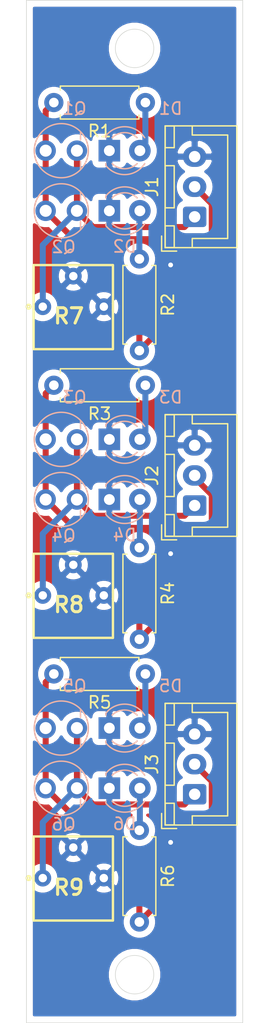
<source format=kicad_pcb>
(kicad_pcb (version 20171130) (host pcbnew "(5.1.8)-1")

  (general
    (thickness 1.6)
    (drawings 6)
    (tracks 58)
    (zones 0)
    (modules 24)
    (nets 14)
  )

  (page A4)
  (layers
    (0 F.Cu signal)
    (31 B.Cu signal)
    (32 B.Adhes user)
    (33 F.Adhes user)
    (34 B.Paste user)
    (35 F.Paste user)
    (36 B.SilkS user)
    (37 F.SilkS user)
    (38 B.Mask user)
    (39 F.Mask user)
    (40 Dwgs.User user)
    (41 Cmts.User user)
    (42 Eco1.User user)
    (43 Eco2.User user)
    (44 Edge.Cuts user)
    (45 Margin user)
    (46 B.CrtYd user)
    (47 F.CrtYd user)
    (48 B.Fab user)
    (49 F.Fab user)
  )

  (setup
    (last_trace_width 0.5)
    (user_trace_width 0.5)
    (trace_clearance 0.2)
    (zone_clearance 0.508)
    (zone_45_only no)
    (trace_min 0.2)
    (via_size 0.8)
    (via_drill 0.4)
    (via_min_size 0.4)
    (via_min_drill 0.3)
    (uvia_size 0.3)
    (uvia_drill 0.1)
    (uvias_allowed no)
    (uvia_min_size 0.2)
    (uvia_min_drill 0.1)
    (edge_width 0.05)
    (segment_width 0.2)
    (pcb_text_width 0.3)
    (pcb_text_size 1.5 1.5)
    (mod_edge_width 0.12)
    (mod_text_size 1 1)
    (mod_text_width 0.15)
    (pad_size 1.4 1.4)
    (pad_drill 0.7)
    (pad_to_mask_clearance 0)
    (aux_axis_origin 0 0)
    (visible_elements FFFFFF7F)
    (pcbplotparams
      (layerselection 0x010fc_ffffffff)
      (usegerberextensions false)
      (usegerberattributes true)
      (usegerberadvancedattributes true)
      (creategerberjobfile true)
      (excludeedgelayer true)
      (linewidth 0.100000)
      (plotframeref false)
      (viasonmask false)
      (mode 1)
      (useauxorigin false)
      (hpglpennumber 1)
      (hpglpenspeed 20)
      (hpglpendiameter 15.000000)
      (psnegative false)
      (psa4output false)
      (plotreference true)
      (plotvalue true)
      (plotinvisibletext false)
      (padsonsilk false)
      (subtractmaskfromsilk false)
      (outputformat 1)
      (mirror false)
      (drillshape 1)
      (scaleselection 1)
      (outputdirectory ""))
  )

  (net 0 "")
  (net 1 "Net-(D1-Pad2)")
  (net 2 "Net-(D1-Pad1)")
  (net 3 "Net-(D2-Pad2)")
  (net 4 "Net-(D3-Pad2)")
  (net 5 "Net-(D4-Pad2)")
  (net 6 "Net-(D5-Pad2)")
  (net 7 "Net-(D6-Pad2)")
  (net 8 "Net-(J1-Pad1)")
  (net 9 "Net-(J1-Pad2)")
  (net 10 "Net-(J2-Pad2)")
  (net 11 "Net-(J2-Pad1)")
  (net 12 "Net-(J3-Pad1)")
  (net 13 "Net-(J3-Pad2)")

  (net_class Default "This is the default net class."
    (clearance 0.2)
    (trace_width 0.25)
    (via_dia 0.8)
    (via_drill 0.4)
    (uvia_dia 0.3)
    (uvia_drill 0.1)
    (add_net "Net-(D1-Pad1)")
    (add_net "Net-(D1-Pad2)")
    (add_net "Net-(D2-Pad2)")
    (add_net "Net-(D3-Pad2)")
    (add_net "Net-(D4-Pad2)")
    (add_net "Net-(D5-Pad2)")
    (add_net "Net-(D6-Pad2)")
    (add_net "Net-(J1-Pad1)")
    (add_net "Net-(J1-Pad2)")
    (add_net "Net-(J2-Pad1)")
    (add_net "Net-(J2-Pad2)")
    (add_net "Net-(J3-Pad1)")
    (add_net "Net-(J3-Pad2)")
  )

  (module LED_THT:LED_D3.0mm_Clear (layer B.Cu) (tedit 5A6C9BC0) (tstamp 609FC7F5)
    (at 146.9 92.5)
    (descr "IR-LED, diameter 3.0mm, 2 pins, color: clear")
    (tags "IR infrared LED diameter 3.0mm 2 pins clear")
    (path /609FB715)
    (fp_text reference D1 (at 5.1 -3.5) (layer B.SilkS)
      (effects (font (size 1 1) (thickness 0.15)) (justify mirror))
    )
    (fp_text value LED (at 1.27 -2.96) (layer B.Fab)
      (effects (font (size 1 1) (thickness 0.15)) (justify mirror))
    )
    (fp_arc (start 1.27 0) (end 0.229039 -1.08) (angle 87.9) (layer B.SilkS) (width 0.12))
    (fp_arc (start 1.27 0) (end 0.229039 1.08) (angle -87.9) (layer B.SilkS) (width 0.12))
    (fp_arc (start 1.27 0) (end -0.29 -1.235516) (angle 108.8) (layer B.SilkS) (width 0.12))
    (fp_arc (start 1.27 0) (end -0.29 1.235516) (angle -108.8) (layer B.SilkS) (width 0.12))
    (fp_arc (start 1.27 0) (end -0.23 1.16619) (angle -284.3) (layer B.Fab) (width 0.1))
    (fp_text user %R (at 1.47 0) (layer B.Fab)
      (effects (font (size 0.8 0.8) (thickness 0.12)) (justify mirror))
    )
    (fp_line (start -0.23 1.16619) (end -0.23 -1.16619) (layer B.Fab) (width 0.1))
    (fp_line (start -0.29 1.236) (end -0.29 1.08) (layer B.SilkS) (width 0.12))
    (fp_line (start -0.29 -1.08) (end -0.29 -1.236) (layer B.SilkS) (width 0.12))
    (fp_line (start -1.15 2.25) (end -1.15 -2.25) (layer B.CrtYd) (width 0.05))
    (fp_line (start -1.15 -2.25) (end 3.7 -2.25) (layer B.CrtYd) (width 0.05))
    (fp_line (start 3.7 -2.25) (end 3.7 2.25) (layer B.CrtYd) (width 0.05))
    (fp_line (start 3.7 2.25) (end -1.15 2.25) (layer B.CrtYd) (width 0.05))
    (fp_circle (center 1.27 0) (end 2.77 0) (layer B.Fab) (width 0.1))
    (pad 2 thru_hole circle (at 2.54 0) (size 1.8 1.8) (drill 0.9) (layers *.Cu *.Mask)
      (net 1 "Net-(D1-Pad2)"))
    (pad 1 thru_hole rect (at 0 0) (size 1.8 1.8) (drill 0.9) (layers *.Cu *.Mask)
      (net 2 "Net-(D1-Pad1)"))
    (model ${KISYS3DMOD}/LED_THT.3dshapes/LED_D3.0mm_Clear.wrl
      (at (xyz 0 0 0))
      (scale (xyz 1 1 1))
      (rotate (xyz 0 0 0))
    )
  )

  (module LED_THT:LED_D3.0mm_Clear (layer B.Cu) (tedit 5A6C9BC0) (tstamp 609FC809)
    (at 146.9 97.5)
    (descr "IR-LED, diameter 3.0mm, 2 pins, color: clear")
    (tags "IR infrared LED diameter 3.0mm 2 pins clear")
    (path /609FDC32)
    (fp_text reference D2 (at 1.27 2.96) (layer B.SilkS)
      (effects (font (size 1 1) (thickness 0.15)) (justify mirror))
    )
    (fp_text value LED (at 1.27 -2.96) (layer B.Fab)
      (effects (font (size 1 1) (thickness 0.15)) (justify mirror))
    )
    (fp_circle (center 1.27 0) (end 2.77 0) (layer B.Fab) (width 0.1))
    (fp_line (start 3.7 2.25) (end -1.15 2.25) (layer B.CrtYd) (width 0.05))
    (fp_line (start 3.7 -2.25) (end 3.7 2.25) (layer B.CrtYd) (width 0.05))
    (fp_line (start -1.15 -2.25) (end 3.7 -2.25) (layer B.CrtYd) (width 0.05))
    (fp_line (start -1.15 2.25) (end -1.15 -2.25) (layer B.CrtYd) (width 0.05))
    (fp_line (start -0.29 -1.08) (end -0.29 -1.236) (layer B.SilkS) (width 0.12))
    (fp_line (start -0.29 1.236) (end -0.29 1.08) (layer B.SilkS) (width 0.12))
    (fp_line (start -0.23 1.16619) (end -0.23 -1.16619) (layer B.Fab) (width 0.1))
    (fp_text user %R (at 1.47 0) (layer B.Fab)
      (effects (font (size 0.8 0.8) (thickness 0.12)) (justify mirror))
    )
    (fp_arc (start 1.27 0) (end -0.23 1.16619) (angle -284.3) (layer B.Fab) (width 0.1))
    (fp_arc (start 1.27 0) (end -0.29 1.235516) (angle -108.8) (layer B.SilkS) (width 0.12))
    (fp_arc (start 1.27 0) (end -0.29 -1.235516) (angle 108.8) (layer B.SilkS) (width 0.12))
    (fp_arc (start 1.27 0) (end 0.229039 1.08) (angle -87.9) (layer B.SilkS) (width 0.12))
    (fp_arc (start 1.27 0) (end 0.229039 -1.08) (angle 87.9) (layer B.SilkS) (width 0.12))
    (pad 1 thru_hole rect (at 0 0) (size 1.8 1.8) (drill 0.9) (layers *.Cu *.Mask)
      (net 2 "Net-(D1-Pad1)"))
    (pad 2 thru_hole circle (at 2.54 0) (size 1.8 1.8) (drill 0.9) (layers *.Cu *.Mask)
      (net 3 "Net-(D2-Pad2)"))
    (model ${KISYS3DMOD}/LED_THT.3dshapes/LED_D3.0mm_Clear.wrl
      (at (xyz 0 0 0))
      (scale (xyz 1 1 1))
      (rotate (xyz 0 0 0))
    )
  )

  (module LED_THT:LED_D3.0mm_Clear (layer B.Cu) (tedit 5A6C9BC0) (tstamp 609FC81D)
    (at 146.9 116.5)
    (descr "IR-LED, diameter 3.0mm, 2 pins, color: clear")
    (tags "IR infrared LED diameter 3.0mm 2 pins clear")
    (path /60A09D1E)
    (fp_text reference D3 (at 5.1 -3.5) (layer B.SilkS)
      (effects (font (size 1 1) (thickness 0.15)) (justify mirror))
    )
    (fp_text value LED (at 1.27 -2.96) (layer B.Fab)
      (effects (font (size 1 1) (thickness 0.15)) (justify mirror))
    )
    (fp_circle (center 1.27 0) (end 2.77 0) (layer B.Fab) (width 0.1))
    (fp_line (start 3.7 2.25) (end -1.15 2.25) (layer B.CrtYd) (width 0.05))
    (fp_line (start 3.7 -2.25) (end 3.7 2.25) (layer B.CrtYd) (width 0.05))
    (fp_line (start -1.15 -2.25) (end 3.7 -2.25) (layer B.CrtYd) (width 0.05))
    (fp_line (start -1.15 2.25) (end -1.15 -2.25) (layer B.CrtYd) (width 0.05))
    (fp_line (start -0.29 -1.08) (end -0.29 -1.236) (layer B.SilkS) (width 0.12))
    (fp_line (start -0.29 1.236) (end -0.29 1.08) (layer B.SilkS) (width 0.12))
    (fp_line (start -0.23 1.16619) (end -0.23 -1.16619) (layer B.Fab) (width 0.1))
    (fp_text user %R (at 1.47 0) (layer B.Fab)
      (effects (font (size 0.8 0.8) (thickness 0.12)) (justify mirror))
    )
    (fp_arc (start 1.27 0) (end -0.23 1.16619) (angle -284.3) (layer B.Fab) (width 0.1))
    (fp_arc (start 1.27 0) (end -0.29 1.235516) (angle -108.8) (layer B.SilkS) (width 0.12))
    (fp_arc (start 1.27 0) (end -0.29 -1.235516) (angle 108.8) (layer B.SilkS) (width 0.12))
    (fp_arc (start 1.27 0) (end 0.229039 1.08) (angle -87.9) (layer B.SilkS) (width 0.12))
    (fp_arc (start 1.27 0) (end 0.229039 -1.08) (angle 87.9) (layer B.SilkS) (width 0.12))
    (pad 1 thru_hole rect (at 0 0) (size 1.8 1.8) (drill 0.9) (layers *.Cu *.Mask)
      (net 2 "Net-(D1-Pad1)"))
    (pad 2 thru_hole circle (at 2.54 0) (size 1.8 1.8) (drill 0.9) (layers *.Cu *.Mask)
      (net 4 "Net-(D3-Pad2)"))
    (model ${KISYS3DMOD}/LED_THT.3dshapes/LED_D3.0mm_Clear.wrl
      (at (xyz 0 0 0))
      (scale (xyz 1 1 1))
      (rotate (xyz 0 0 0))
    )
  )

  (module LED_THT:LED_D3.0mm_Clear (layer B.Cu) (tedit 5A6C9BC0) (tstamp 609FC831)
    (at 146.9 121.5)
    (descr "IR-LED, diameter 3.0mm, 2 pins, color: clear")
    (tags "IR infrared LED diameter 3.0mm 2 pins clear")
    (path /60A09D2A)
    (fp_text reference D4 (at 1.27 2.96) (layer B.SilkS)
      (effects (font (size 1 1) (thickness 0.15)) (justify mirror))
    )
    (fp_text value LED (at 1.27 -2.96) (layer B.Fab)
      (effects (font (size 1 1) (thickness 0.15)) (justify mirror))
    )
    (fp_arc (start 1.27 0) (end 0.229039 -1.08) (angle 87.9) (layer B.SilkS) (width 0.12))
    (fp_arc (start 1.27 0) (end 0.229039 1.08) (angle -87.9) (layer B.SilkS) (width 0.12))
    (fp_arc (start 1.27 0) (end -0.29 -1.235516) (angle 108.8) (layer B.SilkS) (width 0.12))
    (fp_arc (start 1.27 0) (end -0.29 1.235516) (angle -108.8) (layer B.SilkS) (width 0.12))
    (fp_arc (start 1.27 0) (end -0.23 1.16619) (angle -284.3) (layer B.Fab) (width 0.1))
    (fp_text user %R (at 1.47 0) (layer B.Fab)
      (effects (font (size 0.8 0.8) (thickness 0.12)) (justify mirror))
    )
    (fp_line (start -0.23 1.16619) (end -0.23 -1.16619) (layer B.Fab) (width 0.1))
    (fp_line (start -0.29 1.236) (end -0.29 1.08) (layer B.SilkS) (width 0.12))
    (fp_line (start -0.29 -1.08) (end -0.29 -1.236) (layer B.SilkS) (width 0.12))
    (fp_line (start -1.15 2.25) (end -1.15 -2.25) (layer B.CrtYd) (width 0.05))
    (fp_line (start -1.15 -2.25) (end 3.7 -2.25) (layer B.CrtYd) (width 0.05))
    (fp_line (start 3.7 -2.25) (end 3.7 2.25) (layer B.CrtYd) (width 0.05))
    (fp_line (start 3.7 2.25) (end -1.15 2.25) (layer B.CrtYd) (width 0.05))
    (fp_circle (center 1.27 0) (end 2.77 0) (layer B.Fab) (width 0.1))
    (pad 2 thru_hole circle (at 2.54 0) (size 1.8 1.8) (drill 0.9) (layers *.Cu *.Mask)
      (net 5 "Net-(D4-Pad2)"))
    (pad 1 thru_hole rect (at 0 0) (size 1.8 1.8) (drill 0.9) (layers *.Cu *.Mask)
      (net 2 "Net-(D1-Pad1)"))
    (model ${KISYS3DMOD}/LED_THT.3dshapes/LED_D3.0mm_Clear.wrl
      (at (xyz 0 0 0))
      (scale (xyz 1 1 1))
      (rotate (xyz 0 0 0))
    )
  )

  (module LED_THT:LED_D3.0mm_Clear (layer B.Cu) (tedit 5A6C9BC0) (tstamp 609FC845)
    (at 146.9 140.5)
    (descr "IR-LED, diameter 3.0mm, 2 pins, color: clear")
    (tags "IR infrared LED diameter 3.0mm 2 pins clear")
    (path /60A148C6)
    (fp_text reference D5 (at 5.1 -3.5) (layer B.SilkS)
      (effects (font (size 1 1) (thickness 0.15)) (justify mirror))
    )
    (fp_text value LED (at 1.27 -2.96) (layer B.Fab)
      (effects (font (size 1 1) (thickness 0.15)) (justify mirror))
    )
    (fp_circle (center 1.27 0) (end 2.77 0) (layer B.Fab) (width 0.1))
    (fp_line (start 3.7 2.25) (end -1.15 2.25) (layer B.CrtYd) (width 0.05))
    (fp_line (start 3.7 -2.25) (end 3.7 2.25) (layer B.CrtYd) (width 0.05))
    (fp_line (start -1.15 -2.25) (end 3.7 -2.25) (layer B.CrtYd) (width 0.05))
    (fp_line (start -1.15 2.25) (end -1.15 -2.25) (layer B.CrtYd) (width 0.05))
    (fp_line (start -0.29 -1.08) (end -0.29 -1.236) (layer B.SilkS) (width 0.12))
    (fp_line (start -0.29 1.236) (end -0.29 1.08) (layer B.SilkS) (width 0.12))
    (fp_line (start -0.23 1.16619) (end -0.23 -1.16619) (layer B.Fab) (width 0.1))
    (fp_text user %R (at 1.47 0) (layer B.Fab)
      (effects (font (size 0.8 0.8) (thickness 0.12)) (justify mirror))
    )
    (fp_arc (start 1.27 0) (end -0.23 1.16619) (angle -284.3) (layer B.Fab) (width 0.1))
    (fp_arc (start 1.27 0) (end -0.29 1.235516) (angle -108.8) (layer B.SilkS) (width 0.12))
    (fp_arc (start 1.27 0) (end -0.29 -1.235516) (angle 108.8) (layer B.SilkS) (width 0.12))
    (fp_arc (start 1.27 0) (end 0.229039 1.08) (angle -87.9) (layer B.SilkS) (width 0.12))
    (fp_arc (start 1.27 0) (end 0.229039 -1.08) (angle 87.9) (layer B.SilkS) (width 0.12))
    (pad 1 thru_hole rect (at 0 0) (size 1.8 1.8) (drill 0.9) (layers *.Cu *.Mask)
      (net 2 "Net-(D1-Pad1)"))
    (pad 2 thru_hole circle (at 2.54 0) (size 1.8 1.8) (drill 0.9) (layers *.Cu *.Mask)
      (net 6 "Net-(D5-Pad2)"))
    (model ${KISYS3DMOD}/LED_THT.3dshapes/LED_D3.0mm_Clear.wrl
      (at (xyz 0 0 0))
      (scale (xyz 1 1 1))
      (rotate (xyz 0 0 0))
    )
  )

  (module LED_THT:LED_D3.0mm_Clear (layer B.Cu) (tedit 5A6C9BC0) (tstamp 609FC859)
    (at 146.9 145.5)
    (descr "IR-LED, diameter 3.0mm, 2 pins, color: clear")
    (tags "IR infrared LED diameter 3.0mm 2 pins clear")
    (path /60A148D2)
    (fp_text reference D6 (at 1.27 2.96) (layer B.SilkS)
      (effects (font (size 1 1) (thickness 0.15)) (justify mirror))
    )
    (fp_text value LED (at 1.27 -2.96) (layer B.Fab)
      (effects (font (size 1 1) (thickness 0.15)) (justify mirror))
    )
    (fp_arc (start 1.27 0) (end 0.229039 -1.08) (angle 87.9) (layer B.SilkS) (width 0.12))
    (fp_arc (start 1.27 0) (end 0.229039 1.08) (angle -87.9) (layer B.SilkS) (width 0.12))
    (fp_arc (start 1.27 0) (end -0.29 -1.235516) (angle 108.8) (layer B.SilkS) (width 0.12))
    (fp_arc (start 1.27 0) (end -0.29 1.235516) (angle -108.8) (layer B.SilkS) (width 0.12))
    (fp_arc (start 1.27 0) (end -0.23 1.16619) (angle -284.3) (layer B.Fab) (width 0.1))
    (fp_text user %R (at 1.47 0) (layer B.Fab)
      (effects (font (size 0.8 0.8) (thickness 0.12)) (justify mirror))
    )
    (fp_line (start -0.23 1.16619) (end -0.23 -1.16619) (layer B.Fab) (width 0.1))
    (fp_line (start -0.29 1.236) (end -0.29 1.08) (layer B.SilkS) (width 0.12))
    (fp_line (start -0.29 -1.08) (end -0.29 -1.236) (layer B.SilkS) (width 0.12))
    (fp_line (start -1.15 2.25) (end -1.15 -2.25) (layer B.CrtYd) (width 0.05))
    (fp_line (start -1.15 -2.25) (end 3.7 -2.25) (layer B.CrtYd) (width 0.05))
    (fp_line (start 3.7 -2.25) (end 3.7 2.25) (layer B.CrtYd) (width 0.05))
    (fp_line (start 3.7 2.25) (end -1.15 2.25) (layer B.CrtYd) (width 0.05))
    (fp_circle (center 1.27 0) (end 2.77 0) (layer B.Fab) (width 0.1))
    (pad 2 thru_hole circle (at 2.54 0) (size 1.8 1.8) (drill 0.9) (layers *.Cu *.Mask)
      (net 7 "Net-(D6-Pad2)"))
    (pad 1 thru_hole rect (at 0 0) (size 1.8 1.8) (drill 0.9) (layers *.Cu *.Mask)
      (net 2 "Net-(D1-Pad1)"))
    (model ${KISYS3DMOD}/LED_THT.3dshapes/LED_D3.0mm_Clear.wrl
      (at (xyz 0 0 0))
      (scale (xyz 1 1 1))
      (rotate (xyz 0 0 0))
    )
  )

  (module Connector_JST:JST_XH_B3B-XH-A_1x03_P2.50mm_Vertical (layer F.Cu) (tedit 5C28146C) (tstamp 609FC883)
    (at 154 98 90)
    (descr "JST XH series connector, B3B-XH-A (http://www.jst-mfg.com/product/pdf/eng/eXH.pdf), generated with kicad-footprint-generator")
    (tags "connector JST XH vertical")
    (path /609F644B)
    (fp_text reference J1 (at 2.5 -3.55 90) (layer F.SilkS)
      (effects (font (size 1 1) (thickness 0.15)))
    )
    (fp_text value Conn_01x03_Male (at 2.5 4.6 90) (layer F.Fab)
      (effects (font (size 1 1) (thickness 0.15)))
    )
    (fp_line (start -2.85 -2.75) (end -2.85 -1.5) (layer F.SilkS) (width 0.12))
    (fp_line (start -1.6 -2.75) (end -2.85 -2.75) (layer F.SilkS) (width 0.12))
    (fp_line (start 6.8 2.75) (end 2.5 2.75) (layer F.SilkS) (width 0.12))
    (fp_line (start 6.8 -0.2) (end 6.8 2.75) (layer F.SilkS) (width 0.12))
    (fp_line (start 7.55 -0.2) (end 6.8 -0.2) (layer F.SilkS) (width 0.12))
    (fp_line (start -1.8 2.75) (end 2.5 2.75) (layer F.SilkS) (width 0.12))
    (fp_line (start -1.8 -0.2) (end -1.8 2.75) (layer F.SilkS) (width 0.12))
    (fp_line (start -2.55 -0.2) (end -1.8 -0.2) (layer F.SilkS) (width 0.12))
    (fp_line (start 7.55 -2.45) (end 5.75 -2.45) (layer F.SilkS) (width 0.12))
    (fp_line (start 7.55 -1.7) (end 7.55 -2.45) (layer F.SilkS) (width 0.12))
    (fp_line (start 5.75 -1.7) (end 7.55 -1.7) (layer F.SilkS) (width 0.12))
    (fp_line (start 5.75 -2.45) (end 5.75 -1.7) (layer F.SilkS) (width 0.12))
    (fp_line (start -0.75 -2.45) (end -2.55 -2.45) (layer F.SilkS) (width 0.12))
    (fp_line (start -0.75 -1.7) (end -0.75 -2.45) (layer F.SilkS) (width 0.12))
    (fp_line (start -2.55 -1.7) (end -0.75 -1.7) (layer F.SilkS) (width 0.12))
    (fp_line (start -2.55 -2.45) (end -2.55 -1.7) (layer F.SilkS) (width 0.12))
    (fp_line (start 4.25 -2.45) (end 0.75 -2.45) (layer F.SilkS) (width 0.12))
    (fp_line (start 4.25 -1.7) (end 4.25 -2.45) (layer F.SilkS) (width 0.12))
    (fp_line (start 0.75 -1.7) (end 4.25 -1.7) (layer F.SilkS) (width 0.12))
    (fp_line (start 0.75 -2.45) (end 0.75 -1.7) (layer F.SilkS) (width 0.12))
    (fp_line (start 0 -1.35) (end 0.625 -2.35) (layer F.Fab) (width 0.1))
    (fp_line (start -0.625 -2.35) (end 0 -1.35) (layer F.Fab) (width 0.1))
    (fp_line (start 7.95 -2.85) (end -2.95 -2.85) (layer F.CrtYd) (width 0.05))
    (fp_line (start 7.95 3.9) (end 7.95 -2.85) (layer F.CrtYd) (width 0.05))
    (fp_line (start -2.95 3.9) (end 7.95 3.9) (layer F.CrtYd) (width 0.05))
    (fp_line (start -2.95 -2.85) (end -2.95 3.9) (layer F.CrtYd) (width 0.05))
    (fp_line (start 7.56 -2.46) (end -2.56 -2.46) (layer F.SilkS) (width 0.12))
    (fp_line (start 7.56 3.51) (end 7.56 -2.46) (layer F.SilkS) (width 0.12))
    (fp_line (start -2.56 3.51) (end 7.56 3.51) (layer F.SilkS) (width 0.12))
    (fp_line (start -2.56 -2.46) (end -2.56 3.51) (layer F.SilkS) (width 0.12))
    (fp_line (start 7.45 -2.35) (end -2.45 -2.35) (layer F.Fab) (width 0.1))
    (fp_line (start 7.45 3.4) (end 7.45 -2.35) (layer F.Fab) (width 0.1))
    (fp_line (start -2.45 3.4) (end 7.45 3.4) (layer F.Fab) (width 0.1))
    (fp_line (start -2.45 -2.35) (end -2.45 3.4) (layer F.Fab) (width 0.1))
    (fp_text user %R (at 2.5 2.7 90) (layer F.Fab)
      (effects (font (size 1 1) (thickness 0.15)))
    )
    (pad 1 thru_hole roundrect (at 0 0 90) (size 1.7 1.95) (drill 0.95) (layers *.Cu *.Mask) (roundrect_rratio 0.147059)
      (net 8 "Net-(J1-Pad1)"))
    (pad 2 thru_hole oval (at 2.5 0 90) (size 1.7 1.95) (drill 0.95) (layers *.Cu *.Mask)
      (net 9 "Net-(J1-Pad2)"))
    (pad 3 thru_hole oval (at 5 0 90) (size 1.7 1.95) (drill 0.95) (layers *.Cu *.Mask)
      (net 2 "Net-(D1-Pad1)"))
    (model ${KISYS3DMOD}/Connector_JST.3dshapes/JST_XH_B3B-XH-A_1x03_P2.50mm_Vertical.wrl
      (at (xyz 0 0 0))
      (scale (xyz 1 1 1))
      (rotate (xyz 0 0 0))
    )
  )

  (module Connector_JST:JST_XH_B3B-XH-A_1x03_P2.50mm_Vertical (layer F.Cu) (tedit 5C28146C) (tstamp 609FC8AD)
    (at 154 122 90)
    (descr "JST XH series connector, B3B-XH-A (http://www.jst-mfg.com/product/pdf/eng/eXH.pdf), generated with kicad-footprint-generator")
    (tags "connector JST XH vertical")
    (path /60A09D06)
    (fp_text reference J2 (at 2.5 -3.55 90) (layer F.SilkS)
      (effects (font (size 1 1) (thickness 0.15)))
    )
    (fp_text value Conn_01x03_Male (at 2.5 4.6 90) (layer F.Fab)
      (effects (font (size 1 1) (thickness 0.15)))
    )
    (fp_text user %R (at 2.5 2.7 90) (layer F.Fab)
      (effects (font (size 1 1) (thickness 0.15)))
    )
    (fp_line (start -2.45 -2.35) (end -2.45 3.4) (layer F.Fab) (width 0.1))
    (fp_line (start -2.45 3.4) (end 7.45 3.4) (layer F.Fab) (width 0.1))
    (fp_line (start 7.45 3.4) (end 7.45 -2.35) (layer F.Fab) (width 0.1))
    (fp_line (start 7.45 -2.35) (end -2.45 -2.35) (layer F.Fab) (width 0.1))
    (fp_line (start -2.56 -2.46) (end -2.56 3.51) (layer F.SilkS) (width 0.12))
    (fp_line (start -2.56 3.51) (end 7.56 3.51) (layer F.SilkS) (width 0.12))
    (fp_line (start 7.56 3.51) (end 7.56 -2.46) (layer F.SilkS) (width 0.12))
    (fp_line (start 7.56 -2.46) (end -2.56 -2.46) (layer F.SilkS) (width 0.12))
    (fp_line (start -2.95 -2.85) (end -2.95 3.9) (layer F.CrtYd) (width 0.05))
    (fp_line (start -2.95 3.9) (end 7.95 3.9) (layer F.CrtYd) (width 0.05))
    (fp_line (start 7.95 3.9) (end 7.95 -2.85) (layer F.CrtYd) (width 0.05))
    (fp_line (start 7.95 -2.85) (end -2.95 -2.85) (layer F.CrtYd) (width 0.05))
    (fp_line (start -0.625 -2.35) (end 0 -1.35) (layer F.Fab) (width 0.1))
    (fp_line (start 0 -1.35) (end 0.625 -2.35) (layer F.Fab) (width 0.1))
    (fp_line (start 0.75 -2.45) (end 0.75 -1.7) (layer F.SilkS) (width 0.12))
    (fp_line (start 0.75 -1.7) (end 4.25 -1.7) (layer F.SilkS) (width 0.12))
    (fp_line (start 4.25 -1.7) (end 4.25 -2.45) (layer F.SilkS) (width 0.12))
    (fp_line (start 4.25 -2.45) (end 0.75 -2.45) (layer F.SilkS) (width 0.12))
    (fp_line (start -2.55 -2.45) (end -2.55 -1.7) (layer F.SilkS) (width 0.12))
    (fp_line (start -2.55 -1.7) (end -0.75 -1.7) (layer F.SilkS) (width 0.12))
    (fp_line (start -0.75 -1.7) (end -0.75 -2.45) (layer F.SilkS) (width 0.12))
    (fp_line (start -0.75 -2.45) (end -2.55 -2.45) (layer F.SilkS) (width 0.12))
    (fp_line (start 5.75 -2.45) (end 5.75 -1.7) (layer F.SilkS) (width 0.12))
    (fp_line (start 5.75 -1.7) (end 7.55 -1.7) (layer F.SilkS) (width 0.12))
    (fp_line (start 7.55 -1.7) (end 7.55 -2.45) (layer F.SilkS) (width 0.12))
    (fp_line (start 7.55 -2.45) (end 5.75 -2.45) (layer F.SilkS) (width 0.12))
    (fp_line (start -2.55 -0.2) (end -1.8 -0.2) (layer F.SilkS) (width 0.12))
    (fp_line (start -1.8 -0.2) (end -1.8 2.75) (layer F.SilkS) (width 0.12))
    (fp_line (start -1.8 2.75) (end 2.5 2.75) (layer F.SilkS) (width 0.12))
    (fp_line (start 7.55 -0.2) (end 6.8 -0.2) (layer F.SilkS) (width 0.12))
    (fp_line (start 6.8 -0.2) (end 6.8 2.75) (layer F.SilkS) (width 0.12))
    (fp_line (start 6.8 2.75) (end 2.5 2.75) (layer F.SilkS) (width 0.12))
    (fp_line (start -1.6 -2.75) (end -2.85 -2.75) (layer F.SilkS) (width 0.12))
    (fp_line (start -2.85 -2.75) (end -2.85 -1.5) (layer F.SilkS) (width 0.12))
    (pad 3 thru_hole oval (at 5 0 90) (size 1.7 1.95) (drill 0.95) (layers *.Cu *.Mask)
      (net 2 "Net-(D1-Pad1)"))
    (pad 2 thru_hole oval (at 2.5 0 90) (size 1.7 1.95) (drill 0.95) (layers *.Cu *.Mask)
      (net 10 "Net-(J2-Pad2)"))
    (pad 1 thru_hole roundrect (at 0 0 90) (size 1.7 1.95) (drill 0.95) (layers *.Cu *.Mask) (roundrect_rratio 0.147059)
      (net 11 "Net-(J2-Pad1)"))
    (model ${KISYS3DMOD}/Connector_JST.3dshapes/JST_XH_B3B-XH-A_1x03_P2.50mm_Vertical.wrl
      (at (xyz 0 0 0))
      (scale (xyz 1 1 1))
      (rotate (xyz 0 0 0))
    )
  )

  (module Connector_JST:JST_XH_B3B-XH-A_1x03_P2.50mm_Vertical (layer F.Cu) (tedit 5C28146C) (tstamp 609FC8D7)
    (at 154 146 90)
    (descr "JST XH series connector, B3B-XH-A (http://www.jst-mfg.com/product/pdf/eng/eXH.pdf), generated with kicad-footprint-generator")
    (tags "connector JST XH vertical")
    (path /60A148AE)
    (fp_text reference J3 (at 2.5 -3.55 90) (layer F.SilkS)
      (effects (font (size 1 1) (thickness 0.15)))
    )
    (fp_text value Conn_01x03_Male (at 2.5 4.6 90) (layer F.Fab)
      (effects (font (size 1 1) (thickness 0.15)))
    )
    (fp_line (start -2.85 -2.75) (end -2.85 -1.5) (layer F.SilkS) (width 0.12))
    (fp_line (start -1.6 -2.75) (end -2.85 -2.75) (layer F.SilkS) (width 0.12))
    (fp_line (start 6.8 2.75) (end 2.5 2.75) (layer F.SilkS) (width 0.12))
    (fp_line (start 6.8 -0.2) (end 6.8 2.75) (layer F.SilkS) (width 0.12))
    (fp_line (start 7.55 -0.2) (end 6.8 -0.2) (layer F.SilkS) (width 0.12))
    (fp_line (start -1.8 2.75) (end 2.5 2.75) (layer F.SilkS) (width 0.12))
    (fp_line (start -1.8 -0.2) (end -1.8 2.75) (layer F.SilkS) (width 0.12))
    (fp_line (start -2.55 -0.2) (end -1.8 -0.2) (layer F.SilkS) (width 0.12))
    (fp_line (start 7.55 -2.45) (end 5.75 -2.45) (layer F.SilkS) (width 0.12))
    (fp_line (start 7.55 -1.7) (end 7.55 -2.45) (layer F.SilkS) (width 0.12))
    (fp_line (start 5.75 -1.7) (end 7.55 -1.7) (layer F.SilkS) (width 0.12))
    (fp_line (start 5.75 -2.45) (end 5.75 -1.7) (layer F.SilkS) (width 0.12))
    (fp_line (start -0.75 -2.45) (end -2.55 -2.45) (layer F.SilkS) (width 0.12))
    (fp_line (start -0.75 -1.7) (end -0.75 -2.45) (layer F.SilkS) (width 0.12))
    (fp_line (start -2.55 -1.7) (end -0.75 -1.7) (layer F.SilkS) (width 0.12))
    (fp_line (start -2.55 -2.45) (end -2.55 -1.7) (layer F.SilkS) (width 0.12))
    (fp_line (start 4.25 -2.45) (end 0.75 -2.45) (layer F.SilkS) (width 0.12))
    (fp_line (start 4.25 -1.7) (end 4.25 -2.45) (layer F.SilkS) (width 0.12))
    (fp_line (start 0.75 -1.7) (end 4.25 -1.7) (layer F.SilkS) (width 0.12))
    (fp_line (start 0.75 -2.45) (end 0.75 -1.7) (layer F.SilkS) (width 0.12))
    (fp_line (start 0 -1.35) (end 0.625 -2.35) (layer F.Fab) (width 0.1))
    (fp_line (start -0.625 -2.35) (end 0 -1.35) (layer F.Fab) (width 0.1))
    (fp_line (start 7.95 -2.85) (end -2.95 -2.85) (layer F.CrtYd) (width 0.05))
    (fp_line (start 7.95 3.9) (end 7.95 -2.85) (layer F.CrtYd) (width 0.05))
    (fp_line (start -2.95 3.9) (end 7.95 3.9) (layer F.CrtYd) (width 0.05))
    (fp_line (start -2.95 -2.85) (end -2.95 3.9) (layer F.CrtYd) (width 0.05))
    (fp_line (start 7.56 -2.46) (end -2.56 -2.46) (layer F.SilkS) (width 0.12))
    (fp_line (start 7.56 3.51) (end 7.56 -2.46) (layer F.SilkS) (width 0.12))
    (fp_line (start -2.56 3.51) (end 7.56 3.51) (layer F.SilkS) (width 0.12))
    (fp_line (start -2.56 -2.46) (end -2.56 3.51) (layer F.SilkS) (width 0.12))
    (fp_line (start 7.45 -2.35) (end -2.45 -2.35) (layer F.Fab) (width 0.1))
    (fp_line (start 7.45 3.4) (end 7.45 -2.35) (layer F.Fab) (width 0.1))
    (fp_line (start -2.45 3.4) (end 7.45 3.4) (layer F.Fab) (width 0.1))
    (fp_line (start -2.45 -2.35) (end -2.45 3.4) (layer F.Fab) (width 0.1))
    (fp_text user %R (at 2.5 2.7 90) (layer F.Fab)
      (effects (font (size 1 1) (thickness 0.15)))
    )
    (pad 1 thru_hole roundrect (at 0 0 90) (size 1.7 1.95) (drill 0.95) (layers *.Cu *.Mask) (roundrect_rratio 0.147059)
      (net 12 "Net-(J3-Pad1)"))
    (pad 2 thru_hole oval (at 2.5 0 90) (size 1.7 1.95) (drill 0.95) (layers *.Cu *.Mask)
      (net 13 "Net-(J3-Pad2)"))
    (pad 3 thru_hole oval (at 5 0 90) (size 1.7 1.95) (drill 0.95) (layers *.Cu *.Mask)
      (net 2 "Net-(D1-Pad1)"))
    (model ${KISYS3DMOD}/Connector_JST.3dshapes/JST_XH_B3B-XH-A_1x03_P2.50mm_Vertical.wrl
      (at (xyz 0 0 0))
      (scale (xyz 1 1 1))
      (rotate (xyz 0 0 0))
    )
  )

  (module NJL7502L:NJL7502L (layer B.Cu) (tedit 60908D57) (tstamp 609FC8E0)
    (at 142.9 92.5)
    (path /609F78B2)
    (fp_text reference Q1 (at 1.1 -3.5) (layer B.SilkS)
      (effects (font (size 1 1) (thickness 0.15)) (justify mirror))
    )
    (fp_text value Q_Photo_NPN (at 0 4.3) (layer B.Fab)
      (effects (font (size 1 1) (thickness 0.15)) (justify mirror))
    )
    (fp_line (start 1.6 -1.5) (end 1.6 -0.9) (layer B.SilkS) (width 0.12))
    (fp_line (start 1.6 1.5) (end 1.6 0.9) (layer B.SilkS) (width 0.12))
    (fp_circle (center 0 0) (end 2.25 0) (layer B.SilkS) (width 0.12))
    (pad 2 thru_hole circle (at 1.3 0) (size 1.7 1.7) (drill 1) (layers *.Cu *.Mask)
      (net 8 "Net-(J1-Pad1)"))
    (pad 1 thru_hole circle (at -1.3 0) (size 1.7 1.7) (drill 1) (layers *.Cu *.Mask)
      (net 9 "Net-(J1-Pad2)"))
  )

  (module NJL7502L:NJL7502L (layer B.Cu) (tedit 60908D57) (tstamp 609FC8E9)
    (at 142.9 97.5)
    (path /609FA2BD)
    (fp_text reference Q2 (at 0.2 3) (layer B.SilkS)
      (effects (font (size 1 1) (thickness 0.15)) (justify mirror))
    )
    (fp_text value Q_Photo_NPN (at 0 4.3) (layer B.Fab)
      (effects (font (size 1 1) (thickness 0.15)) (justify mirror))
    )
    (fp_circle (center 0 0) (end 2.25 0) (layer B.SilkS) (width 0.12))
    (fp_line (start 1.6 1.5) (end 1.6 0.9) (layer B.SilkS) (width 0.12))
    (fp_line (start 1.6 -1.5) (end 1.6 -0.9) (layer B.SilkS) (width 0.12))
    (pad 1 thru_hole circle (at -1.3 0) (size 1.7 1.7) (drill 1) (layers *.Cu *.Mask)
      (net 9 "Net-(J1-Pad2)"))
    (pad 2 thru_hole circle (at 1.3 0) (size 1.7 1.7) (drill 1) (layers *.Cu *.Mask)
      (net 8 "Net-(J1-Pad1)"))
  )

  (module NJL7502L:NJL7502L (layer B.Cu) (tedit 60908D57) (tstamp 609FC8F2)
    (at 142.9 116.5)
    (path /60A09D0C)
    (fp_text reference Q3 (at 1.1 -3.5) (layer B.SilkS)
      (effects (font (size 1 1) (thickness 0.15)) (justify mirror))
    )
    (fp_text value Q_Photo_NPN (at 0 4.3) (layer B.Fab)
      (effects (font (size 1 1) (thickness 0.15)) (justify mirror))
    )
    (fp_line (start 1.6 -1.5) (end 1.6 -0.9) (layer B.SilkS) (width 0.12))
    (fp_line (start 1.6 1.5) (end 1.6 0.9) (layer B.SilkS) (width 0.12))
    (fp_circle (center 0 0) (end 2.25 0) (layer B.SilkS) (width 0.12))
    (pad 2 thru_hole circle (at 1.3 0) (size 1.7 1.7) (drill 1) (layers *.Cu *.Mask)
      (net 11 "Net-(J2-Pad1)"))
    (pad 1 thru_hole circle (at -1.3 0) (size 1.7 1.7) (drill 1) (layers *.Cu *.Mask)
      (net 10 "Net-(J2-Pad2)"))
  )

  (module NJL7502L:NJL7502L (layer B.Cu) (tedit 60908D57) (tstamp 609FC8FB)
    (at 142.9 121.5)
    (path /60A09D12)
    (fp_text reference Q4 (at 0.2 3) (layer B.SilkS)
      (effects (font (size 1 1) (thickness 0.15)) (justify mirror))
    )
    (fp_text value Q_Photo_NPN (at 0 4.3) (layer B.Fab)
      (effects (font (size 1 1) (thickness 0.15)) (justify mirror))
    )
    (fp_circle (center 0 0) (end 2.25 0) (layer B.SilkS) (width 0.12))
    (fp_line (start 1.6 1.5) (end 1.6 0.9) (layer B.SilkS) (width 0.12))
    (fp_line (start 1.6 -1.5) (end 1.6 -0.9) (layer B.SilkS) (width 0.12))
    (pad 1 thru_hole circle (at -1.3 0) (size 1.7 1.7) (drill 1) (layers *.Cu *.Mask)
      (net 10 "Net-(J2-Pad2)"))
    (pad 2 thru_hole circle (at 1.3 0) (size 1.7 1.7) (drill 1) (layers *.Cu *.Mask)
      (net 11 "Net-(J2-Pad1)"))
  )

  (module NJL7502L:NJL7502L (layer B.Cu) (tedit 60908D57) (tstamp 609FC904)
    (at 142.9 140.5)
    (path /60A148B4)
    (fp_text reference Q5 (at 1.1 -3.5) (layer B.SilkS)
      (effects (font (size 1 1) (thickness 0.15)) (justify mirror))
    )
    (fp_text value Q_Photo_NPN (at 0 4.3) (layer B.Fab)
      (effects (font (size 1 1) (thickness 0.15)) (justify mirror))
    )
    (fp_line (start 1.6 -1.5) (end 1.6 -0.9) (layer B.SilkS) (width 0.12))
    (fp_line (start 1.6 1.5) (end 1.6 0.9) (layer B.SilkS) (width 0.12))
    (fp_circle (center 0 0) (end 2.25 0) (layer B.SilkS) (width 0.12))
    (pad 2 thru_hole circle (at 1.3 0) (size 1.7 1.7) (drill 1) (layers *.Cu *.Mask)
      (net 12 "Net-(J3-Pad1)"))
    (pad 1 thru_hole circle (at -1.3 0) (size 1.7 1.7) (drill 1) (layers *.Cu *.Mask)
      (net 13 "Net-(J3-Pad2)"))
  )

  (module NJL7502L:NJL7502L (layer B.Cu) (tedit 60908D57) (tstamp 609FC90D)
    (at 142.9 145.5)
    (path /60A148BA)
    (fp_text reference Q6 (at 0.2 3) (layer B.SilkS)
      (effects (font (size 1 1) (thickness 0.15)) (justify mirror))
    )
    (fp_text value Q_Photo_NPN (at 0 4.3) (layer B.Fab)
      (effects (font (size 1 1) (thickness 0.15)) (justify mirror))
    )
    (fp_circle (center 0 0) (end 2.25 0) (layer B.SilkS) (width 0.12))
    (fp_line (start 1.6 1.5) (end 1.6 0.9) (layer B.SilkS) (width 0.12))
    (fp_line (start 1.6 -1.5) (end 1.6 -0.9) (layer B.SilkS) (width 0.12))
    (pad 1 thru_hole circle (at -1.3 0) (size 1.7 1.7) (drill 1) (layers *.Cu *.Mask)
      (net 13 "Net-(J3-Pad2)"))
    (pad 2 thru_hole circle (at 1.3 0) (size 1.7 1.7) (drill 1) (layers *.Cu *.Mask)
      (net 12 "Net-(J3-Pad1)"))
  )

  (module Resistor_THT:R_Axial_DIN0207_L6.3mm_D2.5mm_P7.62mm_Horizontal (layer F.Cu) (tedit 5AE5139B) (tstamp 609FC924)
    (at 149.9 88.5 180)
    (descr "Resistor, Axial_DIN0207 series, Axial, Horizontal, pin pitch=7.62mm, 0.25W = 1/4W, length*diameter=6.3*2.5mm^2, http://cdn-reichelt.de/documents/datenblatt/B400/1_4W%23YAG.pdf")
    (tags "Resistor Axial_DIN0207 series Axial Horizontal pin pitch 7.62mm 0.25W = 1/4W length 6.3mm diameter 2.5mm")
    (path /609FA47B)
    (fp_text reference R1 (at 3.81 -2.37) (layer F.SilkS)
      (effects (font (size 1 1) (thickness 0.15)))
    )
    (fp_text value R (at 3.81 2.37) (layer F.Fab)
      (effects (font (size 1 1) (thickness 0.15)))
    )
    (fp_text user %R (at 3.81 0) (layer F.Fab)
      (effects (font (size 1 1) (thickness 0.15)))
    )
    (fp_line (start 0.66 -1.25) (end 0.66 1.25) (layer F.Fab) (width 0.1))
    (fp_line (start 0.66 1.25) (end 6.96 1.25) (layer F.Fab) (width 0.1))
    (fp_line (start 6.96 1.25) (end 6.96 -1.25) (layer F.Fab) (width 0.1))
    (fp_line (start 6.96 -1.25) (end 0.66 -1.25) (layer F.Fab) (width 0.1))
    (fp_line (start 0 0) (end 0.66 0) (layer F.Fab) (width 0.1))
    (fp_line (start 7.62 0) (end 6.96 0) (layer F.Fab) (width 0.1))
    (fp_line (start 0.54 -1.04) (end 0.54 -1.37) (layer F.SilkS) (width 0.12))
    (fp_line (start 0.54 -1.37) (end 7.08 -1.37) (layer F.SilkS) (width 0.12))
    (fp_line (start 7.08 -1.37) (end 7.08 -1.04) (layer F.SilkS) (width 0.12))
    (fp_line (start 0.54 1.04) (end 0.54 1.37) (layer F.SilkS) (width 0.12))
    (fp_line (start 0.54 1.37) (end 7.08 1.37) (layer F.SilkS) (width 0.12))
    (fp_line (start 7.08 1.37) (end 7.08 1.04) (layer F.SilkS) (width 0.12))
    (fp_line (start -1.05 -1.5) (end -1.05 1.5) (layer F.CrtYd) (width 0.05))
    (fp_line (start -1.05 1.5) (end 8.67 1.5) (layer F.CrtYd) (width 0.05))
    (fp_line (start 8.67 1.5) (end 8.67 -1.5) (layer F.CrtYd) (width 0.05))
    (fp_line (start 8.67 -1.5) (end -1.05 -1.5) (layer F.CrtYd) (width 0.05))
    (pad 2 thru_hole oval (at 7.62 0 180) (size 1.6 1.6) (drill 0.8) (layers *.Cu *.Mask)
      (net 9 "Net-(J1-Pad2)"))
    (pad 1 thru_hole circle (at 0 0 180) (size 1.6 1.6) (drill 0.8) (layers *.Cu *.Mask)
      (net 1 "Net-(D1-Pad2)"))
    (model ${KISYS3DMOD}/Resistor_THT.3dshapes/R_Axial_DIN0207_L6.3mm_D2.5mm_P7.62mm_Horizontal.wrl
      (at (xyz 0 0 0))
      (scale (xyz 1 1 1))
      (rotate (xyz 0 0 0))
    )
  )

  (module Resistor_THT:R_Axial_DIN0207_L6.3mm_D2.5mm_P7.62mm_Horizontal (layer F.Cu) (tedit 5AE5139B) (tstamp 609FC93B)
    (at 149.4 101.5 270)
    (descr "Resistor, Axial_DIN0207 series, Axial, Horizontal, pin pitch=7.62mm, 0.25W = 1/4W, length*diameter=6.3*2.5mm^2, http://cdn-reichelt.de/documents/datenblatt/B400/1_4W%23YAG.pdf")
    (tags "Resistor Axial_DIN0207 series Axial Horizontal pin pitch 7.62mm 0.25W = 1/4W length 6.3mm diameter 2.5mm")
    (path /609FDC2C)
    (fp_text reference R2 (at 3.81 -2.37 90) (layer F.SilkS)
      (effects (font (size 1 1) (thickness 0.15)))
    )
    (fp_text value R (at 3.81 2.37 90) (layer F.Fab)
      (effects (font (size 1 1) (thickness 0.15)))
    )
    (fp_text user %R (at 3.81 0 90) (layer F.Fab)
      (effects (font (size 1 1) (thickness 0.15)))
    )
    (fp_line (start 0.66 -1.25) (end 0.66 1.25) (layer F.Fab) (width 0.1))
    (fp_line (start 0.66 1.25) (end 6.96 1.25) (layer F.Fab) (width 0.1))
    (fp_line (start 6.96 1.25) (end 6.96 -1.25) (layer F.Fab) (width 0.1))
    (fp_line (start 6.96 -1.25) (end 0.66 -1.25) (layer F.Fab) (width 0.1))
    (fp_line (start 0 0) (end 0.66 0) (layer F.Fab) (width 0.1))
    (fp_line (start 7.62 0) (end 6.96 0) (layer F.Fab) (width 0.1))
    (fp_line (start 0.54 -1.04) (end 0.54 -1.37) (layer F.SilkS) (width 0.12))
    (fp_line (start 0.54 -1.37) (end 7.08 -1.37) (layer F.SilkS) (width 0.12))
    (fp_line (start 7.08 -1.37) (end 7.08 -1.04) (layer F.SilkS) (width 0.12))
    (fp_line (start 0.54 1.04) (end 0.54 1.37) (layer F.SilkS) (width 0.12))
    (fp_line (start 0.54 1.37) (end 7.08 1.37) (layer F.SilkS) (width 0.12))
    (fp_line (start 7.08 1.37) (end 7.08 1.04) (layer F.SilkS) (width 0.12))
    (fp_line (start -1.05 -1.5) (end -1.05 1.5) (layer F.CrtYd) (width 0.05))
    (fp_line (start -1.05 1.5) (end 8.67 1.5) (layer F.CrtYd) (width 0.05))
    (fp_line (start 8.67 1.5) (end 8.67 -1.5) (layer F.CrtYd) (width 0.05))
    (fp_line (start 8.67 -1.5) (end -1.05 -1.5) (layer F.CrtYd) (width 0.05))
    (pad 2 thru_hole oval (at 7.62 0 270) (size 1.6 1.6) (drill 0.8) (layers *.Cu *.Mask)
      (net 9 "Net-(J1-Pad2)"))
    (pad 1 thru_hole circle (at 0 0 270) (size 1.6 1.6) (drill 0.8) (layers *.Cu *.Mask)
      (net 3 "Net-(D2-Pad2)"))
    (model ${KISYS3DMOD}/Resistor_THT.3dshapes/R_Axial_DIN0207_L6.3mm_D2.5mm_P7.62mm_Horizontal.wrl
      (at (xyz 0 0 0))
      (scale (xyz 1 1 1))
      (rotate (xyz 0 0 0))
    )
  )

  (module Resistor_THT:R_Axial_DIN0207_L6.3mm_D2.5mm_P7.62mm_Horizontal (layer F.Cu) (tedit 5AE5139B) (tstamp 609FC952)
    (at 149.9 112 180)
    (descr "Resistor, Axial_DIN0207 series, Axial, Horizontal, pin pitch=7.62mm, 0.25W = 1/4W, length*diameter=6.3*2.5mm^2, http://cdn-reichelt.de/documents/datenblatt/B400/1_4W%23YAG.pdf")
    (tags "Resistor Axial_DIN0207 series Axial Horizontal pin pitch 7.62mm 0.25W = 1/4W length 6.3mm diameter 2.5mm")
    (path /60A09D18)
    (fp_text reference R3 (at 3.81 -2.37) (layer F.SilkS)
      (effects (font (size 1 1) (thickness 0.15)))
    )
    (fp_text value R (at 3.81 2.37) (layer F.Fab)
      (effects (font (size 1 1) (thickness 0.15)))
    )
    (fp_text user %R (at 3.81 0) (layer F.Fab)
      (effects (font (size 1 1) (thickness 0.15)))
    )
    (fp_line (start 0.66 -1.25) (end 0.66 1.25) (layer F.Fab) (width 0.1))
    (fp_line (start 0.66 1.25) (end 6.96 1.25) (layer F.Fab) (width 0.1))
    (fp_line (start 6.96 1.25) (end 6.96 -1.25) (layer F.Fab) (width 0.1))
    (fp_line (start 6.96 -1.25) (end 0.66 -1.25) (layer F.Fab) (width 0.1))
    (fp_line (start 0 0) (end 0.66 0) (layer F.Fab) (width 0.1))
    (fp_line (start 7.62 0) (end 6.96 0) (layer F.Fab) (width 0.1))
    (fp_line (start 0.54 -1.04) (end 0.54 -1.37) (layer F.SilkS) (width 0.12))
    (fp_line (start 0.54 -1.37) (end 7.08 -1.37) (layer F.SilkS) (width 0.12))
    (fp_line (start 7.08 -1.37) (end 7.08 -1.04) (layer F.SilkS) (width 0.12))
    (fp_line (start 0.54 1.04) (end 0.54 1.37) (layer F.SilkS) (width 0.12))
    (fp_line (start 0.54 1.37) (end 7.08 1.37) (layer F.SilkS) (width 0.12))
    (fp_line (start 7.08 1.37) (end 7.08 1.04) (layer F.SilkS) (width 0.12))
    (fp_line (start -1.05 -1.5) (end -1.05 1.5) (layer F.CrtYd) (width 0.05))
    (fp_line (start -1.05 1.5) (end 8.67 1.5) (layer F.CrtYd) (width 0.05))
    (fp_line (start 8.67 1.5) (end 8.67 -1.5) (layer F.CrtYd) (width 0.05))
    (fp_line (start 8.67 -1.5) (end -1.05 -1.5) (layer F.CrtYd) (width 0.05))
    (pad 2 thru_hole oval (at 7.62 0 180) (size 1.6 1.6) (drill 0.8) (layers *.Cu *.Mask)
      (net 10 "Net-(J2-Pad2)"))
    (pad 1 thru_hole circle (at 0 0 180) (size 1.6 1.6) (drill 0.8) (layers *.Cu *.Mask)
      (net 4 "Net-(D3-Pad2)"))
    (model ${KISYS3DMOD}/Resistor_THT.3dshapes/R_Axial_DIN0207_L6.3mm_D2.5mm_P7.62mm_Horizontal.wrl
      (at (xyz 0 0 0))
      (scale (xyz 1 1 1))
      (rotate (xyz 0 0 0))
    )
  )

  (module Resistor_THT:R_Axial_DIN0207_L6.3mm_D2.5mm_P7.62mm_Horizontal (layer F.Cu) (tedit 5AE5139B) (tstamp 609FC969)
    (at 149.4 125.5 270)
    (descr "Resistor, Axial_DIN0207 series, Axial, Horizontal, pin pitch=7.62mm, 0.25W = 1/4W, length*diameter=6.3*2.5mm^2, http://cdn-reichelt.de/documents/datenblatt/B400/1_4W%23YAG.pdf")
    (tags "Resistor Axial_DIN0207 series Axial Horizontal pin pitch 7.62mm 0.25W = 1/4W length 6.3mm diameter 2.5mm")
    (path /60A09D24)
    (fp_text reference R4 (at 3.81 -2.37 90) (layer F.SilkS)
      (effects (font (size 1 1) (thickness 0.15)))
    )
    (fp_text value R (at 3.81 2.37 90) (layer F.Fab)
      (effects (font (size 1 1) (thickness 0.15)))
    )
    (fp_line (start 8.67 -1.5) (end -1.05 -1.5) (layer F.CrtYd) (width 0.05))
    (fp_line (start 8.67 1.5) (end 8.67 -1.5) (layer F.CrtYd) (width 0.05))
    (fp_line (start -1.05 1.5) (end 8.67 1.5) (layer F.CrtYd) (width 0.05))
    (fp_line (start -1.05 -1.5) (end -1.05 1.5) (layer F.CrtYd) (width 0.05))
    (fp_line (start 7.08 1.37) (end 7.08 1.04) (layer F.SilkS) (width 0.12))
    (fp_line (start 0.54 1.37) (end 7.08 1.37) (layer F.SilkS) (width 0.12))
    (fp_line (start 0.54 1.04) (end 0.54 1.37) (layer F.SilkS) (width 0.12))
    (fp_line (start 7.08 -1.37) (end 7.08 -1.04) (layer F.SilkS) (width 0.12))
    (fp_line (start 0.54 -1.37) (end 7.08 -1.37) (layer F.SilkS) (width 0.12))
    (fp_line (start 0.54 -1.04) (end 0.54 -1.37) (layer F.SilkS) (width 0.12))
    (fp_line (start 7.62 0) (end 6.96 0) (layer F.Fab) (width 0.1))
    (fp_line (start 0 0) (end 0.66 0) (layer F.Fab) (width 0.1))
    (fp_line (start 6.96 -1.25) (end 0.66 -1.25) (layer F.Fab) (width 0.1))
    (fp_line (start 6.96 1.25) (end 6.96 -1.25) (layer F.Fab) (width 0.1))
    (fp_line (start 0.66 1.25) (end 6.96 1.25) (layer F.Fab) (width 0.1))
    (fp_line (start 0.66 -1.25) (end 0.66 1.25) (layer F.Fab) (width 0.1))
    (fp_text user %R (at 3.81 0 90) (layer F.Fab)
      (effects (font (size 1 1) (thickness 0.15)))
    )
    (pad 1 thru_hole circle (at 0 0 270) (size 1.6 1.6) (drill 0.8) (layers *.Cu *.Mask)
      (net 5 "Net-(D4-Pad2)"))
    (pad 2 thru_hole oval (at 7.62 0 270) (size 1.6 1.6) (drill 0.8) (layers *.Cu *.Mask)
      (net 10 "Net-(J2-Pad2)"))
    (model ${KISYS3DMOD}/Resistor_THT.3dshapes/R_Axial_DIN0207_L6.3mm_D2.5mm_P7.62mm_Horizontal.wrl
      (at (xyz 0 0 0))
      (scale (xyz 1 1 1))
      (rotate (xyz 0 0 0))
    )
  )

  (module Resistor_THT:R_Axial_DIN0207_L6.3mm_D2.5mm_P7.62mm_Horizontal (layer F.Cu) (tedit 5AE5139B) (tstamp 609FC980)
    (at 149.9 136 180)
    (descr "Resistor, Axial_DIN0207 series, Axial, Horizontal, pin pitch=7.62mm, 0.25W = 1/4W, length*diameter=6.3*2.5mm^2, http://cdn-reichelt.de/documents/datenblatt/B400/1_4W%23YAG.pdf")
    (tags "Resistor Axial_DIN0207 series Axial Horizontal pin pitch 7.62mm 0.25W = 1/4W length 6.3mm diameter 2.5mm")
    (path /60A148C0)
    (fp_text reference R5 (at 3.81 -2.37) (layer F.SilkS)
      (effects (font (size 1 1) (thickness 0.15)))
    )
    (fp_text value R (at 3.81 2.37) (layer F.Fab)
      (effects (font (size 1 1) (thickness 0.15)))
    )
    (fp_line (start 8.67 -1.5) (end -1.05 -1.5) (layer F.CrtYd) (width 0.05))
    (fp_line (start 8.67 1.5) (end 8.67 -1.5) (layer F.CrtYd) (width 0.05))
    (fp_line (start -1.05 1.5) (end 8.67 1.5) (layer F.CrtYd) (width 0.05))
    (fp_line (start -1.05 -1.5) (end -1.05 1.5) (layer F.CrtYd) (width 0.05))
    (fp_line (start 7.08 1.37) (end 7.08 1.04) (layer F.SilkS) (width 0.12))
    (fp_line (start 0.54 1.37) (end 7.08 1.37) (layer F.SilkS) (width 0.12))
    (fp_line (start 0.54 1.04) (end 0.54 1.37) (layer F.SilkS) (width 0.12))
    (fp_line (start 7.08 -1.37) (end 7.08 -1.04) (layer F.SilkS) (width 0.12))
    (fp_line (start 0.54 -1.37) (end 7.08 -1.37) (layer F.SilkS) (width 0.12))
    (fp_line (start 0.54 -1.04) (end 0.54 -1.37) (layer F.SilkS) (width 0.12))
    (fp_line (start 7.62 0) (end 6.96 0) (layer F.Fab) (width 0.1))
    (fp_line (start 0 0) (end 0.66 0) (layer F.Fab) (width 0.1))
    (fp_line (start 6.96 -1.25) (end 0.66 -1.25) (layer F.Fab) (width 0.1))
    (fp_line (start 6.96 1.25) (end 6.96 -1.25) (layer F.Fab) (width 0.1))
    (fp_line (start 0.66 1.25) (end 6.96 1.25) (layer F.Fab) (width 0.1))
    (fp_line (start 0.66 -1.25) (end 0.66 1.25) (layer F.Fab) (width 0.1))
    (fp_text user %R (at 3.81 0) (layer F.Fab)
      (effects (font (size 1 1) (thickness 0.15)))
    )
    (pad 1 thru_hole circle (at 0 0 180) (size 1.6 1.6) (drill 0.8) (layers *.Cu *.Mask)
      (net 6 "Net-(D5-Pad2)"))
    (pad 2 thru_hole oval (at 7.62 0 180) (size 1.6 1.6) (drill 0.8) (layers *.Cu *.Mask)
      (net 13 "Net-(J3-Pad2)"))
    (model ${KISYS3DMOD}/Resistor_THT.3dshapes/R_Axial_DIN0207_L6.3mm_D2.5mm_P7.62mm_Horizontal.wrl
      (at (xyz 0 0 0))
      (scale (xyz 1 1 1))
      (rotate (xyz 0 0 0))
    )
  )

  (module Resistor_THT:R_Axial_DIN0207_L6.3mm_D2.5mm_P7.62mm_Horizontal (layer F.Cu) (tedit 5AE5139B) (tstamp 609FC997)
    (at 149.4 149 270)
    (descr "Resistor, Axial_DIN0207 series, Axial, Horizontal, pin pitch=7.62mm, 0.25W = 1/4W, length*diameter=6.3*2.5mm^2, http://cdn-reichelt.de/documents/datenblatt/B400/1_4W%23YAG.pdf")
    (tags "Resistor Axial_DIN0207 series Axial Horizontal pin pitch 7.62mm 0.25W = 1/4W length 6.3mm diameter 2.5mm")
    (path /60A148CC)
    (fp_text reference R6 (at 3.81 -2.37 90) (layer F.SilkS)
      (effects (font (size 1 1) (thickness 0.15)))
    )
    (fp_text value R (at 3.81 2.37 90) (layer F.Fab)
      (effects (font (size 1 1) (thickness 0.15)))
    )
    (fp_line (start 8.67 -1.5) (end -1.05 -1.5) (layer F.CrtYd) (width 0.05))
    (fp_line (start 8.67 1.5) (end 8.67 -1.5) (layer F.CrtYd) (width 0.05))
    (fp_line (start -1.05 1.5) (end 8.67 1.5) (layer F.CrtYd) (width 0.05))
    (fp_line (start -1.05 -1.5) (end -1.05 1.5) (layer F.CrtYd) (width 0.05))
    (fp_line (start 7.08 1.37) (end 7.08 1.04) (layer F.SilkS) (width 0.12))
    (fp_line (start 0.54 1.37) (end 7.08 1.37) (layer F.SilkS) (width 0.12))
    (fp_line (start 0.54 1.04) (end 0.54 1.37) (layer F.SilkS) (width 0.12))
    (fp_line (start 7.08 -1.37) (end 7.08 -1.04) (layer F.SilkS) (width 0.12))
    (fp_line (start 0.54 -1.37) (end 7.08 -1.37) (layer F.SilkS) (width 0.12))
    (fp_line (start 0.54 -1.04) (end 0.54 -1.37) (layer F.SilkS) (width 0.12))
    (fp_line (start 7.62 0) (end 6.96 0) (layer F.Fab) (width 0.1))
    (fp_line (start 0 0) (end 0.66 0) (layer F.Fab) (width 0.1))
    (fp_line (start 6.96 -1.25) (end 0.66 -1.25) (layer F.Fab) (width 0.1))
    (fp_line (start 6.96 1.25) (end 6.96 -1.25) (layer F.Fab) (width 0.1))
    (fp_line (start 0.66 1.25) (end 6.96 1.25) (layer F.Fab) (width 0.1))
    (fp_line (start 0.66 -1.25) (end 0.66 1.25) (layer F.Fab) (width 0.1))
    (fp_text user %R (at 3.81 0 90) (layer F.Fab)
      (effects (font (size 1 1) (thickness 0.15)))
    )
    (pad 1 thru_hole circle (at 0 0 270) (size 1.6 1.6) (drill 0.8) (layers *.Cu *.Mask)
      (net 7 "Net-(D6-Pad2)"))
    (pad 2 thru_hole oval (at 7.62 0 270) (size 1.6 1.6) (drill 0.8) (layers *.Cu *.Mask)
      (net 13 "Net-(J3-Pad2)"))
    (model ${KISYS3DMOD}/Resistor_THT.3dshapes/R_Axial_DIN0207_L6.3mm_D2.5mm_P7.62mm_Horizontal.wrl
      (at (xyz 0 0 0))
      (scale (xyz 1 1 1))
      (rotate (xyz 0 0 0))
    )
  )

  (module SamacSys_Parts:3362P_1 (layer F.Cu) (tedit 609F6CF3) (tstamp 609FC9A8)
    (at 143.9 109)
    (descr 3362P)
    (tags Resistor)
    (path /609FFCED)
    (fp_text reference R7 (at -0.36821 -2.74963) (layer F.SilkS)
      (effects (font (size 1.27 1.27) (thickness 0.254)))
    )
    (fp_text value 3362P-1-203LF (at -0.36821 -2.74963) (layer F.SilkS) hide
      (effects (font (size 1.27 1.27) (thickness 0.254)))
    )
    (fp_text user %R (at -0.36821 -2.74963) (layer F.Fab)
      (effects (font (size 1.27 1.27) (thickness 0.254)))
    )
    (fp_line (start -3.3 -6.99) (end 3.3 -6.99) (layer F.Fab) (width 0.2))
    (fp_line (start 3.3 -6.99) (end 3.3 0) (layer F.Fab) (width 0.2))
    (fp_line (start 3.3 0) (end -3.3 0) (layer F.Fab) (width 0.2))
    (fp_line (start -3.3 0) (end -3.3 -6.99) (layer F.Fab) (width 0.2))
    (fp_line (start -3.3 -6.99) (end -3.3 0) (layer F.SilkS) (width 0.2))
    (fp_line (start -3.3 0) (end 3.3 0) (layer F.SilkS) (width 0.2))
    (fp_line (start 3.3 0) (end 3.3 -6.99) (layer F.SilkS) (width 0.2))
    (fp_line (start 3.3 -6.99) (end -3.3 -6.99) (layer F.SilkS) (width 0.2))
    (fp_circle (center -3.722 -3.532) (end -3.722 -3.475) (layer F.SilkS) (width 0.2))
    (pad 3 thru_hole circle (at 2.54 -3.53) (size 1.4 1.4) (drill 0.7) (layers *.Cu *.Mask)
      (net 2 "Net-(D1-Pad1)"))
    (pad 2 thru_hole circle (at 0 -6.07) (size 1.4 1.4) (drill 0.7) (layers *.Cu *.Mask)
      (net 2 "Net-(D1-Pad1)"))
    (pad 1 thru_hole circle (at -2.54 -3.53) (size 1.4 1.4) (drill 0.7) (layers *.Cu *.Mask)
      (net 8 "Net-(J1-Pad1)"))
    (model "C:\\Users\\Mitsuyoshi Sugaya\\Documents\\kicad\\SamacSys_Parts.3dshapes\\3362P-1-203LF.stp"
      (at (xyz 0 0 0))
      (scale (xyz 1 1 1))
      (rotate (xyz 0 0 0))
    )
  )

  (module SamacSys_Parts:3362P_1 (layer F.Cu) (tedit 609F6D2C) (tstamp 609FC9B9)
    (at 143.9 133)
    (descr 3362P)
    (tags Resistor)
    (path /60A09D48)
    (fp_text reference R8 (at -0.36821 -2.74963) (layer F.SilkS)
      (effects (font (size 1.27 1.27) (thickness 0.254)))
    )
    (fp_text value 3362P-1-203LF (at -0.36821 -2.74963) (layer F.SilkS) hide
      (effects (font (size 1.27 1.27) (thickness 0.254)))
    )
    (fp_circle (center -3.722 -3.532) (end -3.722 -3.475) (layer F.SilkS) (width 0.2))
    (fp_line (start 3.3 -6.99) (end -3.3 -6.99) (layer F.SilkS) (width 0.2))
    (fp_line (start 3.3 0) (end 3.3 -6.99) (layer F.SilkS) (width 0.2))
    (fp_line (start -3.3 0) (end 3.3 0) (layer F.SilkS) (width 0.2))
    (fp_line (start -3.3 -6.99) (end -3.3 0) (layer F.SilkS) (width 0.2))
    (fp_line (start -3.3 0) (end -3.3 -6.99) (layer F.Fab) (width 0.2))
    (fp_line (start 3.3 0) (end -3.3 0) (layer F.Fab) (width 0.2))
    (fp_line (start 3.3 -6.99) (end 3.3 0) (layer F.Fab) (width 0.2))
    (fp_line (start -3.3 -6.99) (end 3.3 -6.99) (layer F.Fab) (width 0.2))
    (fp_text user %R (at -0.36821 -2.74963) (layer F.Fab)
      (effects (font (size 1.27 1.27) (thickness 0.254)))
    )
    (pad 1 thru_hole circle (at -2.54 -3.53) (size 1.4 1.4) (drill 0.7) (layers *.Cu *.Mask)
      (net 11 "Net-(J2-Pad1)"))
    (pad 2 thru_hole circle (at 0 -6.07) (size 1.4 1.4) (drill 0.7) (layers *.Cu *.Mask)
      (net 2 "Net-(D1-Pad1)"))
    (pad 3 thru_hole circle (at 2.54 -3.53) (size 1.4 1.4) (drill 0.7) (layers *.Cu *.Mask)
      (net 2 "Net-(D1-Pad1)"))
    (model "C:\\Users\\Mitsuyoshi Sugaya\\Documents\\kicad\\SamacSys_Parts.3dshapes\\3362P-1-203LF.stp"
      (at (xyz 0 0 0))
      (scale (xyz 1 1 1))
      (rotate (xyz 0 0 0))
    )
  )

  (module SamacSys_Parts:3362P_1 (layer F.Cu) (tedit 609F6D51) (tstamp 609FC9CA)
    (at 143.9 156.5)
    (descr 3362P)
    (tags Resistor)
    (path /60A148F0)
    (fp_text reference R9 (at -0.36821 -2.74963) (layer F.SilkS)
      (effects (font (size 1.27 1.27) (thickness 0.254)))
    )
    (fp_text value 3362P-1-203LF (at -0.36821 -2.74963) (layer F.SilkS) hide
      (effects (font (size 1.27 1.27) (thickness 0.254)))
    )
    (fp_circle (center -3.722 -3.532) (end -3.722 -3.475) (layer F.SilkS) (width 0.2))
    (fp_line (start 3.3 -6.99) (end -3.3 -6.99) (layer F.SilkS) (width 0.2))
    (fp_line (start 3.3 0) (end 3.3 -6.99) (layer F.SilkS) (width 0.2))
    (fp_line (start -3.3 0) (end 3.3 0) (layer F.SilkS) (width 0.2))
    (fp_line (start -3.3 -6.99) (end -3.3 0) (layer F.SilkS) (width 0.2))
    (fp_line (start -3.3 0) (end -3.3 -6.99) (layer F.Fab) (width 0.2))
    (fp_line (start 3.3 0) (end -3.3 0) (layer F.Fab) (width 0.2))
    (fp_line (start 3.3 -6.99) (end 3.3 0) (layer F.Fab) (width 0.2))
    (fp_line (start -3.3 -6.99) (end 3.3 -6.99) (layer F.Fab) (width 0.2))
    (fp_text user %R (at -0.36821 -2.74963) (layer F.Fab)
      (effects (font (size 1.27 1.27) (thickness 0.254)))
    )
    (pad 1 thru_hole circle (at -2.54 -3.53) (size 1.4 1.4) (drill 0.7) (layers *.Cu *.Mask)
      (net 12 "Net-(J3-Pad1)"))
    (pad 2 thru_hole circle (at 0 -6.07) (size 1.4 1.4) (drill 0.7) (layers *.Cu *.Mask)
      (net 2 "Net-(D1-Pad1)"))
    (pad 3 thru_hole circle (at 2.54 -3.53) (size 1.4 1.4) (drill 0.7) (layers *.Cu *.Mask)
      (net 2 "Net-(D1-Pad1)"))
    (model "C:\\Users\\Mitsuyoshi Sugaya\\Documents\\kicad\\SamacSys_Parts.3dshapes\\3362P-1-203LF.stp"
      (at (xyz 0 0 0))
      (scale (xyz 1 1 1))
      (rotate (xyz 0 0 0))
    )
  )

  (gr_circle (center 149 161) (end 149 162.6) (layer Edge.Cuts) (width 0.05) (tstamp 609FDBC8))
  (gr_circle (center 149 84) (end 149 85.6) (layer Edge.Cuts) (width 0.05))
  (gr_line (start 140 165) (end 140 80) (layer Edge.Cuts) (width 0.05) (tstamp 609FDBC4))
  (gr_line (start 158 165) (end 140 165) (layer Edge.Cuts) (width 0.05))
  (gr_line (start 158 80) (end 158 165) (layer Edge.Cuts) (width 0.05))
  (gr_line (start 140 80) (end 158 80) (layer Edge.Cuts) (width 0.05))

  (segment (start 149.9 92.04) (end 149.44 92.5) (width 0.5) (layer B.Cu) (net 1))
  (segment (start 149.9 88.5) (end 149.9 92.04) (width 0.5) (layer B.Cu) (net 1))
  (via (at 152 102) (size 0.8) (drill 0.4) (layers F.Cu B.Cu) (net 2))
  (via (at 152 126) (size 0.8) (drill 0.4) (layers F.Cu B.Cu) (net 2))
  (via (at 152 150) (size 0.8) (drill 0.4) (layers F.Cu B.Cu) (net 2))
  (segment (start 149.4 97.54) (end 149.44 97.5) (width 0.5) (layer B.Cu) (net 3))
  (segment (start 149.4 101.5) (end 149.4 97.54) (width 0.5) (layer B.Cu) (net 3))
  (segment (start 149.9 116.04) (end 149.44 116.5) (width 0.5) (layer B.Cu) (net 4))
  (segment (start 149.9 112) (end 149.9 116.04) (width 0.5) (layer B.Cu) (net 4))
  (segment (start 149.44 125.46) (end 149.4 125.5) (width 0.5) (layer B.Cu) (net 5))
  (segment (start 149.44 121.5) (end 149.44 125.46) (width 0.5) (layer B.Cu) (net 5))
  (segment (start 149.9 140.04) (end 149.44 140.5) (width 0.5) (layer B.Cu) (net 6))
  (segment (start 149.9 136) (end 149.9 140.04) (width 0.5) (layer B.Cu) (net 6))
  (segment (start 149.44 148.96) (end 149.4 149) (width 0.5) (layer B.Cu) (net 7))
  (segment (start 149.44 145.5) (end 149.44 148.96) (width 0.5) (layer B.Cu) (net 7))
  (segment (start 145.550001 98.850001) (end 144.2 97.5) (width 0.5) (layer F.Cu) (net 8))
  (segment (start 153.149999 98.850001) (end 145.550001 98.850001) (width 0.5) (layer F.Cu) (net 8))
  (segment (start 154 98) (end 153.149999 98.850001) (width 0.5) (layer F.Cu) (net 8))
  (segment (start 144.2 97.5) (end 144.2 92.5) (width 0.5) (layer F.Cu) (net 8))
  (segment (start 141.36 100.34) (end 141.36 105.47) (width 0.5) (layer B.Cu) (net 8))
  (segment (start 144.2 97.5) (end 141.36 100.34) (width 0.5) (layer B.Cu) (net 8))
  (segment (start 141.6 97.5) (end 141.6 92.5) (width 0.5) (layer F.Cu) (net 9))
  (segment (start 141.6 89.18) (end 142.28 88.5) (width 0.5) (layer F.Cu) (net 9))
  (segment (start 141.6 92.5) (end 141.6 89.18) (width 0.5) (layer F.Cu) (net 9))
  (segment (start 155.42501 103.09499) (end 149.4 109.12) (width 0.5) (layer F.Cu) (net 9))
  (segment (start 155.42501 96.92501) (end 155.42501 103.09499) (width 0.5) (layer F.Cu) (net 9))
  (segment (start 154 95.5) (end 155.42501 96.92501) (width 0.5) (layer F.Cu) (net 9))
  (segment (start 149.4 105.3) (end 149.4 109.12) (width 0.5) (layer F.Cu) (net 9))
  (segment (start 141.6 97.5) (end 149.4 105.3) (width 0.5) (layer F.Cu) (net 9))
  (segment (start 141.6 112.68) (end 142.28 112) (width 0.5) (layer F.Cu) (net 10))
  (segment (start 141.6 116.5) (end 141.6 112.68) (width 0.5) (layer F.Cu) (net 10))
  (segment (start 141.6 121.5) (end 141.6 116.5) (width 0.5) (layer F.Cu) (net 10))
  (segment (start 149.4 129.3) (end 149.4 133.12) (width 0.5) (layer F.Cu) (net 10))
  (segment (start 141.6 121.5) (end 149.4 129.3) (width 0.5) (layer F.Cu) (net 10))
  (segment (start 155.42501 127.09499) (end 149.4 133.12) (width 0.5) (layer F.Cu) (net 10))
  (segment (start 155.42501 121.110044) (end 155.42501 127.09499) (width 0.5) (layer F.Cu) (net 10))
  (segment (start 154 119.685034) (end 155.42501 121.110044) (width 0.5) (layer F.Cu) (net 10))
  (segment (start 154 119.5) (end 154 119.685034) (width 0.5) (layer F.Cu) (net 10))
  (segment (start 145.550001 122.850001) (end 144.2 121.5) (width 0.5) (layer F.Cu) (net 11))
  (segment (start 153.149999 122.850001) (end 145.550001 122.850001) (width 0.5) (layer F.Cu) (net 11))
  (segment (start 154 122) (end 153.149999 122.850001) (width 0.5) (layer F.Cu) (net 11))
  (segment (start 144.2 121.5) (end 144.2 116.5) (width 0.5) (layer F.Cu) (net 11))
  (segment (start 141.36 124.34) (end 141.36 129.47) (width 0.5) (layer B.Cu) (net 11))
  (segment (start 144.2 121.5) (end 141.36 124.34) (width 0.5) (layer B.Cu) (net 11))
  (segment (start 144.2 140.5) (end 144.2 145.5) (width 0.5) (layer F.Cu) (net 12))
  (segment (start 153.149999 146.850001) (end 154 146) (width 0.5) (layer F.Cu) (net 12))
  (segment (start 145.550001 146.850001) (end 153.149999 146.850001) (width 0.5) (layer F.Cu) (net 12))
  (segment (start 144.2 145.5) (end 145.550001 146.850001) (width 0.5) (layer F.Cu) (net 12))
  (segment (start 141.36 148.34) (end 141.36 152.97) (width 0.5) (layer B.Cu) (net 12))
  (segment (start 144.2 145.5) (end 141.36 148.34) (width 0.5) (layer B.Cu) (net 12))
  (segment (start 155.42501 150.59499) (end 149.4 156.62) (width 0.5) (layer F.Cu) (net 13))
  (segment (start 155.42501 144.92501) (end 155.42501 150.59499) (width 0.5) (layer F.Cu) (net 13))
  (segment (start 154 143.5) (end 155.42501 144.92501) (width 0.5) (layer F.Cu) (net 13))
  (segment (start 149.4 153.3) (end 149.4 156.62) (width 0.5) (layer F.Cu) (net 13))
  (segment (start 141.6 145.5) (end 149.4 153.3) (width 0.5) (layer F.Cu) (net 13))
  (segment (start 141.6 145.5) (end 141.6 140.5) (width 0.5) (layer F.Cu) (net 13))
  (segment (start 141.6 136.68) (end 142.28 136) (width 0.5) (layer F.Cu) (net 13))
  (segment (start 141.6 140.5) (end 141.6 136.68) (width 0.5) (layer F.Cu) (net 13))

  (zone (net 2) (net_name "Net-(D1-Pad1)") (layer F.Cu) (tstamp 0) (hatch edge 0.508)
    (connect_pads (clearance 0.508))
    (min_thickness 0.254)
    (fill yes (arc_segments 32) (thermal_gap 0.508) (thermal_bridge_width 0.508))
    (polygon
      (pts
        (xy 158 165) (xy 140 165) (xy 140 80) (xy 158 80)
      )
    )
    (filled_polygon
      (pts
        (xy 157.340001 164.34) (xy 140.66 164.34) (xy 140.66 160.776521) (xy 146.730979 160.776521) (xy 146.730979 161.223479)
        (xy 146.818176 161.661849) (xy 146.98922 162.074785) (xy 147.237536 162.446417) (xy 147.553583 162.762464) (xy 147.925215 163.01078)
        (xy 148.338151 163.181824) (xy 148.776521 163.269021) (xy 149.223479 163.269021) (xy 149.661849 163.181824) (xy 150.074785 163.01078)
        (xy 150.446417 162.762464) (xy 150.762464 162.446417) (xy 151.01078 162.074785) (xy 151.181824 161.661849) (xy 151.269021 161.223479)
        (xy 151.269021 160.776521) (xy 151.181824 160.338151) (xy 151.01078 159.925215) (xy 150.762464 159.553583) (xy 150.446417 159.237536)
        (xy 150.074785 158.98922) (xy 149.661849 158.818176) (xy 149.223479 158.730979) (xy 148.776521 158.730979) (xy 148.338151 158.818176)
        (xy 147.925215 158.98922) (xy 147.553583 159.237536) (xy 147.237536 159.553583) (xy 146.98922 159.925215) (xy 146.818176 160.338151)
        (xy 146.730979 160.776521) (xy 140.66 160.776521) (xy 140.66 154.107865) (xy 140.727641 154.153061) (xy 140.970595 154.253696)
        (xy 141.228514 154.305) (xy 141.491486 154.305) (xy 141.749405 154.253696) (xy 141.992359 154.153061) (xy 142.211013 154.006962)
        (xy 142.326706 153.891269) (xy 145.698336 153.891269) (xy 145.757797 154.125037) (xy 145.996242 154.235934) (xy 146.25174 154.298183)
        (xy 146.514473 154.30939) (xy 146.774344 154.269125) (xy 147.021366 154.178935) (xy 147.122203 154.125037) (xy 147.181664 153.891269)
        (xy 146.44 153.149605) (xy 145.698336 153.891269) (xy 142.326706 153.891269) (xy 142.396962 153.821013) (xy 142.543061 153.602359)
        (xy 142.643696 153.359405) (xy 142.695 153.101486) (xy 142.695 153.044473) (xy 145.10061 153.044473) (xy 145.140875 153.304344)
        (xy 145.231065 153.551366) (xy 145.284963 153.652203) (xy 145.518731 153.711664) (xy 146.260395 152.97) (xy 145.518731 152.228336)
        (xy 145.284963 152.287797) (xy 145.174066 152.526242) (xy 145.111817 152.78174) (xy 145.10061 153.044473) (xy 142.695 153.044473)
        (xy 142.695 152.838514) (xy 142.643696 152.580595) (xy 142.543061 152.337641) (xy 142.396962 152.118987) (xy 142.211013 151.933038)
        (xy 141.992359 151.786939) (xy 141.749405 151.686304) (xy 141.491486 151.635) (xy 141.228514 151.635) (xy 140.970595 151.686304)
        (xy 140.727641 151.786939) (xy 140.66 151.832135) (xy 140.66 151.351269) (xy 143.158336 151.351269) (xy 143.217797 151.585037)
        (xy 143.456242 151.695934) (xy 143.71174 151.758183) (xy 143.974473 151.76939) (xy 144.234344 151.729125) (xy 144.481366 151.638935)
        (xy 144.582203 151.585037) (xy 144.641664 151.351269) (xy 143.9 150.609605) (xy 143.158336 151.351269) (xy 140.66 151.351269)
        (xy 140.66 150.504473) (xy 142.56061 150.504473) (xy 142.600875 150.764344) (xy 142.691065 151.011366) (xy 142.744963 151.112203)
        (xy 142.978731 151.171664) (xy 143.720395 150.43) (xy 142.978731 149.688336) (xy 142.744963 149.747797) (xy 142.634066 149.986242)
        (xy 142.571817 150.24174) (xy 142.56061 150.504473) (xy 140.66 150.504473) (xy 140.66 146.657906) (xy 140.896589 146.81599)
        (xy 141.166842 146.927932) (xy 141.45374 146.985) (xy 141.74626 146.985) (xy 141.818961 146.970539) (xy 143.944089 149.095667)
        (xy 143.825527 149.09061) (xy 143.565656 149.130875) (xy 143.318634 149.221065) (xy 143.217797 149.274963) (xy 143.158336 149.508731)
        (xy 143.9 150.250395) (xy 143.914143 150.236253) (xy 144.093748 150.415858) (xy 144.079605 150.43) (xy 144.821269 151.171664)
        (xy 145.055037 151.112203) (xy 145.165934 150.873758) (xy 145.228183 150.61826) (xy 145.23794 150.389519) (xy 146.484089 151.635667)
        (xy 146.365527 151.63061) (xy 146.105656 151.670875) (xy 145.858634 151.761065) (xy 145.757797 151.814963) (xy 145.698336 152.048731)
        (xy 146.44 152.790395) (xy 146.454143 152.776253) (xy 146.633748 152.955858) (xy 146.619605 152.97) (xy 147.361269 153.711664)
        (xy 147.595037 153.652203) (xy 147.705934 153.413758) (xy 147.768183 153.15826) (xy 147.77794 152.929519) (xy 148.515 153.666579)
        (xy 148.515001 155.485478) (xy 148.485241 155.505363) (xy 148.285363 155.705241) (xy 148.12832 155.940273) (xy 148.020147 156.201426)
        (xy 147.965 156.478665) (xy 147.965 156.761335) (xy 148.020147 157.038574) (xy 148.12832 157.299727) (xy 148.285363 157.534759)
        (xy 148.485241 157.734637) (xy 148.720273 157.89168) (xy 148.981426 157.999853) (xy 149.258665 158.055) (xy 149.541335 158.055)
        (xy 149.818574 157.999853) (xy 150.079727 157.89168) (xy 150.314759 157.734637) (xy 150.514637 157.534759) (xy 150.67168 157.299727)
        (xy 150.779853 157.038574) (xy 150.835 156.761335) (xy 150.835 156.478665) (xy 150.828017 156.443561) (xy 156.020059 151.25152)
        (xy 156.053827 151.223807) (xy 156.164421 151.089049) (xy 156.246599 150.935303) (xy 156.297205 150.76848) (xy 156.31001 150.638467)
        (xy 156.31001 150.638459) (xy 156.314291 150.59499) (xy 156.31001 150.551521) (xy 156.31001 144.968475) (xy 156.314291 144.925009)
        (xy 156.31001 144.881543) (xy 156.31001 144.881533) (xy 156.297205 144.75152) (xy 156.246599 144.584697) (xy 156.164421 144.430951)
        (xy 156.053827 144.296193) (xy 156.02006 144.268481) (xy 155.577848 143.826269) (xy 155.588513 143.791111) (xy 155.617185 143.5)
        (xy 155.588513 143.208889) (xy 155.503599 142.928966) (xy 155.365706 142.670986) (xy 155.180134 142.444866) (xy 154.954014 142.259294)
        (xy 154.928278 142.245538) (xy 155.134429 142.089049) (xy 155.327496 141.871193) (xy 155.474352 141.619858) (xy 155.566476 141.35689)
        (xy 155.445155 141.127) (xy 154.127 141.127) (xy 154.127 141.147) (xy 153.873 141.147) (xy 153.873 141.127)
        (xy 152.554845 141.127) (xy 152.433524 141.35689) (xy 152.525648 141.619858) (xy 152.672504 141.871193) (xy 152.865571 142.089049)
        (xy 153.071722 142.245538) (xy 153.045986 142.259294) (xy 152.819866 142.444866) (xy 152.634294 142.670986) (xy 152.496401 142.928966)
        (xy 152.411487 143.208889) (xy 152.382815 143.5) (xy 152.411487 143.791111) (xy 152.496401 144.071034) (xy 152.634294 144.329014)
        (xy 152.819866 144.555134) (xy 152.883337 144.607223) (xy 152.781614 144.661595) (xy 152.647038 144.772038) (xy 152.536595 144.906614)
        (xy 152.454528 145.06015) (xy 152.403992 145.226746) (xy 152.386928 145.4) (xy 152.386928 145.965001) (xy 150.908862 145.965001)
        (xy 150.916011 145.947743) (xy 150.975 145.651184) (xy 150.975 145.348816) (xy 150.916011 145.052257) (xy 150.800299 144.772905)
        (xy 150.632312 144.521495) (xy 150.418505 144.307688) (xy 150.167095 144.139701) (xy 149.887743 144.023989) (xy 149.591184 143.965)
        (xy 149.288816 143.965) (xy 148.992257 144.023989) (xy 148.712905 144.139701) (xy 148.461495 144.307688) (xy 148.395056 144.374127)
        (xy 148.389502 144.35582) (xy 148.330537 144.245506) (xy 148.251185 144.148815) (xy 148.154494 144.069463) (xy 148.04418 144.010498)
        (xy 147.924482 143.974188) (xy 147.8 143.961928) (xy 147.18575 143.965) (xy 147.027 144.12375) (xy 147.027 145.373)
        (xy 147.047 145.373) (xy 147.047 145.627) (xy 147.027 145.627) (xy 147.027 145.647) (xy 146.773 145.647)
        (xy 146.773 145.627) (xy 146.753 145.627) (xy 146.753 145.373) (xy 146.773 145.373) (xy 146.773 144.12375)
        (xy 146.61425 143.965) (xy 146 143.961928) (xy 145.875518 143.974188) (xy 145.75582 144.010498) (xy 145.645506 144.069463)
        (xy 145.548815 144.148815) (xy 145.469463 144.245506) (xy 145.410498 144.35582) (xy 145.374188 144.475518) (xy 145.364845 144.570384)
        (xy 145.353475 144.553368) (xy 145.146632 144.346525) (xy 145.085 144.305344) (xy 145.085 141.694656) (xy 145.146632 141.653475)
        (xy 145.353475 141.446632) (xy 145.364845 141.429616) (xy 145.374188 141.524482) (xy 145.410498 141.64418) (xy 145.469463 141.754494)
        (xy 145.548815 141.851185) (xy 145.645506 141.930537) (xy 145.75582 141.989502) (xy 145.875518 142.025812) (xy 146 142.038072)
        (xy 146.61425 142.035) (xy 146.773 141.87625) (xy 146.773 140.627) (xy 146.753 140.627) (xy 146.753 140.373)
        (xy 146.773 140.373) (xy 146.773 139.12375) (xy 147.027 139.12375) (xy 147.027 140.373) (xy 147.047 140.373)
        (xy 147.047 140.627) (xy 147.027 140.627) (xy 147.027 141.87625) (xy 147.18575 142.035) (xy 147.8 142.038072)
        (xy 147.924482 142.025812) (xy 148.04418 141.989502) (xy 148.154494 141.930537) (xy 148.251185 141.851185) (xy 148.330537 141.754494)
        (xy 148.389502 141.64418) (xy 148.395056 141.625873) (xy 148.461495 141.692312) (xy 148.712905 141.860299) (xy 148.992257 141.976011)
        (xy 149.288816 142.035) (xy 149.591184 142.035) (xy 149.887743 141.976011) (xy 150.167095 141.860299) (xy 150.418505 141.692312)
        (xy 150.632312 141.478505) (xy 150.800299 141.227095) (xy 150.916011 140.947743) (xy 150.975 140.651184) (xy 150.975 140.64311)
        (xy 152.433524 140.64311) (xy 152.554845 140.873) (xy 153.873 140.873) (xy 153.873 139.673835) (xy 154.127 139.673835)
        (xy 154.127 140.873) (xy 155.445155 140.873) (xy 155.566476 140.64311) (xy 155.474352 140.380142) (xy 155.327496 140.128807)
        (xy 155.134429 139.910951) (xy 154.90257 139.734947) (xy 154.64083 139.607558) (xy 154.359267 139.53368) (xy 154.127 139.673835)
        (xy 153.873 139.673835) (xy 153.640733 139.53368) (xy 153.35917 139.607558) (xy 153.09743 139.734947) (xy 152.865571 139.910951)
        (xy 152.672504 140.128807) (xy 152.525648 140.380142) (xy 152.433524 140.64311) (xy 150.975 140.64311) (xy 150.975 140.348816)
        (xy 150.916011 140.052257) (xy 150.800299 139.772905) (xy 150.632312 139.521495) (xy 150.418505 139.307688) (xy 150.167095 139.139701)
        (xy 149.887743 139.023989) (xy 149.591184 138.965) (xy 149.288816 138.965) (xy 148.992257 139.023989) (xy 148.712905 139.139701)
        (xy 148.461495 139.307688) (xy 148.395056 139.374127) (xy 148.389502 139.35582) (xy 148.330537 139.245506) (xy 148.251185 139.148815)
        (xy 148.154494 139.069463) (xy 148.04418 139.010498) (xy 147.924482 138.974188) (xy 147.8 138.961928) (xy 147.18575 138.965)
        (xy 147.027 139.12375) (xy 146.773 139.12375) (xy 146.61425 138.965) (xy 146 138.961928) (xy 145.875518 138.974188)
        (xy 145.75582 139.010498) (xy 145.645506 139.069463) (xy 145.548815 139.148815) (xy 145.469463 139.245506) (xy 145.410498 139.35582)
        (xy 145.374188 139.475518) (xy 145.364845 139.570384) (xy 145.353475 139.553368) (xy 145.146632 139.346525) (xy 144.903411 139.18401)
        (xy 144.633158 139.072068) (xy 144.34626 139.015) (xy 144.05374 139.015) (xy 143.766842 139.072068) (xy 143.496589 139.18401)
        (xy 143.253368 139.346525) (xy 143.046525 139.553368) (xy 142.9 139.772658) (xy 142.753475 139.553368) (xy 142.546632 139.346525)
        (xy 142.485 139.305344) (xy 142.485 137.422336) (xy 142.698574 137.379853) (xy 142.959727 137.27168) (xy 143.194759 137.114637)
        (xy 143.394637 136.914759) (xy 143.55168 136.679727) (xy 143.659853 136.418574) (xy 143.715 136.141335) (xy 143.715 135.858665)
        (xy 148.465 135.858665) (xy 148.465 136.141335) (xy 148.520147 136.418574) (xy 148.62832 136.679727) (xy 148.785363 136.914759)
        (xy 148.985241 137.114637) (xy 149.220273 137.27168) (xy 149.481426 137.379853) (xy 149.758665 137.435) (xy 150.041335 137.435)
        (xy 150.318574 137.379853) (xy 150.579727 137.27168) (xy 150.814759 137.114637) (xy 151.014637 136.914759) (xy 151.17168 136.679727)
        (xy 151.279853 136.418574) (xy 151.335 136.141335) (xy 151.335 135.858665) (xy 151.279853 135.581426) (xy 151.17168 135.320273)
        (xy 151.014637 135.085241) (xy 150.814759 134.885363) (xy 150.579727 134.72832) (xy 150.318574 134.620147) (xy 150.041335 134.565)
        (xy 149.758665 134.565) (xy 149.481426 134.620147) (xy 149.220273 134.72832) (xy 148.985241 134.885363) (xy 148.785363 135.085241)
        (xy 148.62832 135.320273) (xy 148.520147 135.581426) (xy 148.465 135.858665) (xy 143.715 135.858665) (xy 143.659853 135.581426)
        (xy 143.55168 135.320273) (xy 143.394637 135.085241) (xy 143.194759 134.885363) (xy 142.959727 134.72832) (xy 142.698574 134.620147)
        (xy 142.421335 134.565) (xy 142.138665 134.565) (xy 141.861426 134.620147) (xy 141.600273 134.72832) (xy 141.365241 134.885363)
        (xy 141.165363 135.085241) (xy 141.00832 135.320273) (xy 140.900147 135.581426) (xy 140.845 135.858665) (xy 140.845 136.141335)
        (xy 140.855695 136.1951) (xy 140.778412 136.339687) (xy 140.727805 136.50651) (xy 140.710719 136.68) (xy 140.715001 136.723479)
        (xy 140.715 139.305344) (xy 140.66 139.342094) (xy 140.66 130.607865) (xy 140.727641 130.653061) (xy 140.970595 130.753696)
        (xy 141.228514 130.805) (xy 141.491486 130.805) (xy 141.749405 130.753696) (xy 141.992359 130.653061) (xy 142.211013 130.506962)
        (xy 142.326706 130.391269) (xy 145.698336 130.391269) (xy 145.757797 130.625037) (xy 145.996242 130.735934) (xy 146.25174 130.798183)
        (xy 146.514473 130.80939) (xy 146.774344 130.769125) (xy 147.021366 130.678935) (xy 147.122203 130.625037) (xy 147.181664 130.391269)
        (xy 146.44 129.649605) (xy 145.698336 130.391269) (xy 142.326706 130.391269) (xy 142.396962 130.321013) (xy 142.543061 130.102359)
        (xy 142.643696 129.859405) (xy 142.695 129.601486) (xy 142.695 129.544473) (xy 145.10061 129.544473) (xy 145.140875 129.804344)
        (xy 145.231065 130.051366) (xy 145.284963 130.152203) (xy 145.518731 130.211664) (xy 146.260395 129.47) (xy 145.518731 128.728336)
        (xy 145.284963 128.787797) (xy 145.174066 129.026242) (xy 145.111817 129.28174) (xy 145.10061 129.544473) (xy 142.695 129.544473)
        (xy 142.695 129.338514) (xy 142.643696 129.080595) (xy 142.543061 128.837641) (xy 142.396962 128.618987) (xy 142.211013 128.433038)
        (xy 141.992359 128.286939) (xy 141.749405 128.186304) (xy 141.491486 128.135) (xy 141.228514 128.135) (xy 140.970595 128.186304)
        (xy 140.727641 128.286939) (xy 140.66 128.332135) (xy 140.66 127.851269) (xy 143.158336 127.851269) (xy 143.217797 128.085037)
        (xy 143.456242 128.195934) (xy 143.71174 128.258183) (xy 143.974473 128.26939) (xy 144.234344 128.229125) (xy 144.481366 128.138935)
        (xy 144.582203 128.085037) (xy 144.641664 127.851269) (xy 143.9 127.109605) (xy 143.158336 127.851269) (xy 140.66 127.851269)
        (xy 140.66 127.004473) (xy 142.56061 127.004473) (xy 142.600875 127.264344) (xy 142.691065 127.511366) (xy 142.744963 127.612203)
        (xy 142.978731 127.671664) (xy 143.720395 126.93) (xy 142.978731 126.188336) (xy 142.744963 126.247797) (xy 142.634066 126.486242)
        (xy 142.571817 126.74174) (xy 142.56061 127.004473) (xy 140.66 127.004473) (xy 140.66 122.657906) (xy 140.896589 122.81599)
        (xy 141.166842 122.927932) (xy 141.45374 122.985) (xy 141.74626 122.985) (xy 141.818961 122.970539) (xy 144.749407 125.900985)
        (xy 144.641663 126.008729) (xy 144.582203 125.774963) (xy 144.343758 125.664066) (xy 144.08826 125.601817) (xy 143.825527 125.59061)
        (xy 143.565656 125.630875) (xy 143.318634 125.721065) (xy 143.217797 125.774963) (xy 143.158336 126.008731) (xy 143.9 126.750395)
        (xy 143.914143 126.736253) (xy 144.093748 126.915858) (xy 144.079605 126.93) (xy 144.821269 127.671664) (xy 145.055037 127.612203)
        (xy 145.165934 127.373758) (xy 145.228183 127.11826) (xy 145.23939 126.855527) (xy 145.199125 126.595656) (xy 145.108935 126.348634)
        (xy 145.055037 126.247797) (xy 144.821271 126.188337) (xy 144.929015 126.080593) (xy 147.289407 128.440985) (xy 147.181663 128.548729)
        (xy 147.122203 128.314963) (xy 146.883758 128.204066) (xy 146.62826 128.141817) (xy 146.365527 128.13061) (xy 146.105656 128.170875)
        (xy 145.858634 128.261065) (xy 145.757797 128.314963) (xy 145.698336 128.548731) (xy 146.44 129.290395) (xy 146.454143 129.276253)
        (xy 146.633748 129.455858) (xy 146.619605 129.47) (xy 147.361269 130.211664) (xy 147.595037 130.152203) (xy 147.705934 129.913758)
        (xy 147.768183 129.65826) (xy 147.77939 129.395527) (xy 147.739125 129.135656) (xy 147.648935 128.888634) (xy 147.595037 128.787797)
        (xy 147.361271 128.728337) (xy 147.469015 128.620593) (xy 148.515 129.666579) (xy 148.515001 131.985478) (xy 148.485241 132.005363)
        (xy 148.285363 132.205241) (xy 148.12832 132.440273) (xy 148.020147 132.701426) (xy 147.965 132.978665) (xy 147.965 133.261335)
        (xy 148.020147 133.538574) (xy 148.12832 133.799727) (xy 148.285363 134.034759) (xy 148.485241 134.234637) (xy 148.720273 134.39168)
        (xy 148.981426 134.499853) (xy 149.258665 134.555) (xy 149.541335 134.555) (xy 149.818574 134.499853) (xy 150.079727 134.39168)
        (xy 150.314759 134.234637) (xy 150.514637 134.034759) (xy 150.67168 133.799727) (xy 150.779853 133.538574) (xy 150.835 133.261335)
        (xy 150.835 132.978665) (xy 150.828017 132.943561) (xy 156.020059 127.75152) (xy 156.053827 127.723807) (xy 156.164421 127.589049)
        (xy 156.246599 127.435303) (xy 156.297205 127.26848) (xy 156.31001 127.138467) (xy 156.31001 127.138459) (xy 156.314291 127.09499)
        (xy 156.31001 127.051521) (xy 156.31001 121.153509) (xy 156.314291 121.110043) (xy 156.31001 121.066577) (xy 156.31001 121.066567)
        (xy 156.297205 120.936554) (xy 156.246599 120.769731) (xy 156.164421 120.615985) (xy 156.116201 120.557229) (xy 156.081542 120.514997)
        (xy 156.08154 120.514995) (xy 156.053827 120.481227) (xy 156.02006 120.453515) (xy 155.534782 119.968237) (xy 155.588513 119.791111)
        (xy 155.617185 119.5) (xy 155.588513 119.208889) (xy 155.503599 118.928966) (xy 155.365706 118.670986) (xy 155.180134 118.444866)
        (xy 154.954014 118.259294) (xy 154.928278 118.245538) (xy 155.134429 118.089049) (xy 155.327496 117.871193) (xy 155.474352 117.619858)
        (xy 155.566476 117.35689) (xy 155.445155 117.127) (xy 154.127 117.127) (xy 154.127 117.147) (xy 153.873 117.147)
        (xy 153.873 117.127) (xy 152.554845 117.127) (xy 152.433524 117.35689) (xy 152.525648 117.619858) (xy 152.672504 117.871193)
        (xy 152.865571 118.089049) (xy 153.071722 118.245538) (xy 153.045986 118.259294) (xy 152.819866 118.444866) (xy 152.634294 118.670986)
        (xy 152.496401 118.928966) (xy 152.411487 119.208889) (xy 152.382815 119.5) (xy 152.411487 119.791111) (xy 152.496401 120.071034)
        (xy 152.634294 120.329014) (xy 152.819866 120.555134) (xy 152.883337 120.607223) (xy 152.781614 120.661595) (xy 152.647038 120.772038)
        (xy 152.536595 120.906614) (xy 152.454528 121.06015) (xy 152.403992 121.226746) (xy 152.386928 121.4) (xy 152.386928 121.965001)
        (xy 150.908862 121.965001) (xy 150.916011 121.947743) (xy 150.975 121.651184) (xy 150.975 121.348816) (xy 150.916011 121.052257)
        (xy 150.800299 120.772905) (xy 150.632312 120.521495) (xy 150.418505 120.307688) (xy 150.167095 120.139701) (xy 149.887743 120.023989)
        (xy 149.591184 119.965) (xy 149.288816 119.965) (xy 148.992257 120.023989) (xy 148.712905 120.139701) (xy 148.461495 120.307688)
        (xy 148.395056 120.374127) (xy 148.389502 120.35582) (xy 148.330537 120.245506) (xy 148.251185 120.148815) (xy 148.154494 120.069463)
        (xy 148.04418 120.010498) (xy 147.924482 119.974188) (xy 147.8 119.961928) (xy 147.18575 119.965) (xy 147.027 120.12375)
        (xy 147.027 121.373) (xy 147.047 121.373) (xy 147.047 121.627) (xy 147.027 121.627) (xy 147.027 121.647)
        (xy 146.773 121.647) (xy 146.773 121.627) (xy 146.753 121.627) (xy 146.753 121.373) (xy 146.773 121.373)
        (xy 146.773 120.12375) (xy 146.61425 119.965) (xy 146 119.961928) (xy 145.875518 119.974188) (xy 145.75582 120.010498)
        (xy 145.645506 120.069463) (xy 145.548815 120.148815) (xy 145.469463 120.245506) (xy 145.410498 120.35582) (xy 145.374188 120.475518)
        (xy 145.364845 120.570384) (xy 145.353475 120.553368) (xy 145.146632 120.346525) (xy 145.085 120.305344) (xy 145.085 117.694656)
        (xy 145.146632 117.653475) (xy 145.353475 117.446632) (xy 145.364845 117.429616) (xy 145.374188 117.524482) (xy 145.410498 117.64418)
        (xy 145.469463 117.754494) (xy 145.548815 117.851185) (xy 145.645506 117.930537) (xy 145.75582 117.989502) (xy 145.875518 118.025812)
        (xy 146 118.038072) (xy 146.61425 118.035) (xy 146.773 117.87625) (xy 146.773 116.627) (xy 146.753 116.627)
        (xy 146.753 116.373) (xy 146.773 116.373) (xy 146.773 115.12375) (xy 147.027 115.12375) (xy 147.027 116.373)
        (xy 147.047 116.373) (xy 147.047 116.627) (xy 147.027 116.627) (xy 147.027 117.87625) (xy 147.18575 118.035)
        (xy 147.8 118.038072) (xy 147.924482 118.025812) (xy 148.04418 117.989502) (xy 148.154494 117.930537) (xy 148.251185 117.851185)
        (xy 148.330537 117.754494) (xy 148.389502 117.64418) (xy 148.395056 117.625873) (xy 148.461495 117.692312) (xy 148.712905 117.860299)
        (xy 148.992257 117.976011) (xy 149.288816 118.035) (xy 149.591184 118.035) (xy 149.887743 117.976011) (xy 150.167095 117.860299)
        (xy 150.418505 117.692312) (xy 150.632312 117.478505) (xy 150.800299 117.227095) (xy 150.916011 116.947743) (xy 150.975 116.651184)
        (xy 150.975 116.64311) (xy 152.433524 116.64311) (xy 152.554845 116.873) (xy 153.873 116.873) (xy 153.873 115.673835)
        (xy 154.127 115.673835) (xy 154.127 116.873) (xy 155.445155 116.873) (xy 155.566476 116.64311) (xy 155.474352 116.380142)
        (xy 155.327496 116.128807) (xy 155.134429 115.910951) (xy 154.90257 115.734947) (xy 154.64083 115.607558) (xy 154.359267 115.53368)
        (xy 154.127 115.673835) (xy 153.873 115.673835) (xy 153.640733 115.53368) (xy 153.35917 115.607558) (xy 153.09743 115.734947)
        (xy 152.865571 115.910951) (xy 152.672504 116.128807) (xy 152.525648 116.380142) (xy 152.433524 116.64311) (xy 150.975 116.64311)
        (xy 150.975 116.348816) (xy 150.916011 116.052257) (xy 150.800299 115.772905) (xy 150.632312 115.521495) (xy 150.418505 115.307688)
        (xy 150.167095 115.139701) (xy 149.887743 115.023989) (xy 149.591184 114.965) (xy 149.288816 114.965) (xy 148.992257 115.023989)
        (xy 148.712905 115.139701) (xy 148.461495 115.307688) (xy 148.395056 115.374127) (xy 148.389502 115.35582) (xy 148.330537 115.245506)
        (xy 148.251185 115.148815) (xy 148.154494 115.069463) (xy 148.04418 115.010498) (xy 147.924482 114.974188) (xy 147.8 114.961928)
        (xy 147.18575 114.965) (xy 147.027 115.12375) (xy 146.773 115.12375) (xy 146.61425 114.965) (xy 146 114.961928)
        (xy 145.875518 114.974188) (xy 145.75582 115.010498) (xy 145.645506 115.069463) (xy 145.548815 115.148815) (xy 145.469463 115.245506)
        (xy 145.410498 115.35582) (xy 145.374188 115.475518) (xy 145.364845 115.570384) (xy 145.353475 115.553368) (xy 145.146632 115.346525)
        (xy 144.903411 115.18401) (xy 144.633158 115.072068) (xy 144.34626 115.015) (xy 144.05374 115.015) (xy 143.766842 115.072068)
        (xy 143.496589 115.18401) (xy 143.253368 115.346525) (xy 143.046525 115.553368) (xy 142.9 115.772658) (xy 142.753475 115.553368)
        (xy 142.546632 115.346525) (xy 142.485 115.305344) (xy 142.485 113.422336) (xy 142.698574 113.379853) (xy 142.959727 113.27168)
        (xy 143.194759 113.114637) (xy 143.394637 112.914759) (xy 143.55168 112.679727) (xy 143.659853 112.418574) (xy 143.715 112.141335)
        (xy 143.715 111.858665) (xy 148.465 111.858665) (xy 148.465 112.141335) (xy 148.520147 112.418574) (xy 148.62832 112.679727)
        (xy 148.785363 112.914759) (xy 148.985241 113.114637) (xy 149.220273 113.27168) (xy 149.481426 113.379853) (xy 149.758665 113.435)
        (xy 150.041335 113.435) (xy 150.318574 113.379853) (xy 150.579727 113.27168) (xy 150.814759 113.114637) (xy 151.014637 112.914759)
        (xy 151.17168 112.679727) (xy 151.279853 112.418574) (xy 151.335 112.141335) (xy 151.335 111.858665) (xy 151.279853 111.581426)
        (xy 151.17168 111.320273) (xy 151.014637 111.085241) (xy 150.814759 110.885363) (xy 150.579727 110.72832) (xy 150.318574 110.620147)
        (xy 150.041335 110.565) (xy 149.758665 110.565) (xy 149.481426 110.620147) (xy 149.220273 110.72832) (xy 148.985241 110.885363)
        (xy 148.785363 111.085241) (xy 148.62832 111.320273) (xy 148.520147 111.581426) (xy 148.465 111.858665) (xy 143.715 111.858665)
        (xy 143.659853 111.581426) (xy 143.55168 111.320273) (xy 143.394637 111.085241) (xy 143.194759 110.885363) (xy 142.959727 110.72832)
        (xy 142.698574 110.620147) (xy 142.421335 110.565) (xy 142.138665 110.565) (xy 141.861426 110.620147) (xy 141.600273 110.72832)
        (xy 141.365241 110.885363) (xy 141.165363 111.085241) (xy 141.00832 111.320273) (xy 140.900147 111.581426) (xy 140.845 111.858665)
        (xy 140.845 112.141335) (xy 140.855695 112.1951) (xy 140.778412 112.339687) (xy 140.727805 112.50651) (xy 140.710719 112.68)
        (xy 140.715001 112.723479) (xy 140.715 115.305344) (xy 140.66 115.342094) (xy 140.66 106.607865) (xy 140.727641 106.653061)
        (xy 140.970595 106.753696) (xy 141.228514 106.805) (xy 141.491486 106.805) (xy 141.749405 106.753696) (xy 141.992359 106.653061)
        (xy 142.211013 106.506962) (xy 142.326706 106.391269) (xy 145.698336 106.391269) (xy 145.757797 106.625037) (xy 145.996242 106.735934)
        (xy 146.25174 106.798183) (xy 146.514473 106.80939) (xy 146.774344 106.769125) (xy 147.021366 106.678935) (xy 147.122203 106.625037)
        (xy 147.181664 106.391269) (xy 146.44 105.649605) (xy 145.698336 106.391269) (xy 142.326706 106.391269) (xy 142.396962 106.321013)
        (xy 142.543061 106.102359) (xy 142.643696 105.859405) (xy 142.695 105.601486) (xy 142.695 105.544473) (xy 145.10061 105.544473)
        (xy 145.140875 105.804344) (xy 145.231065 106.051366) (xy 145.284963 106.152203) (xy 145.518731 106.211664) (xy 146.260395 105.47)
        (xy 145.518731 104.728336) (xy 145.284963 104.787797) (xy 145.174066 105.026242) (xy 145.111817 105.28174) (xy 145.10061 105.544473)
        (xy 142.695 105.544473) (xy 142.695 105.338514) (xy 142.643696 105.080595) (xy 142.543061 104.837641) (xy 142.396962 104.618987)
        (xy 142.211013 104.433038) (xy 141.992359 104.286939) (xy 141.749405 104.186304) (xy 141.491486 104.135) (xy 141.228514 104.135)
        (xy 140.970595 104.186304) (xy 140.727641 104.286939) (xy 140.66 104.332135) (xy 140.66 103.851269) (xy 143.158336 103.851269)
        (xy 143.217797 104.085037) (xy 143.456242 104.195934) (xy 143.71174 104.258183) (xy 143.974473 104.26939) (xy 144.234344 104.229125)
        (xy 144.481366 104.138935) (xy 144.582203 104.085037) (xy 144.641664 103.851269) (xy 143.9 103.109605) (xy 143.158336 103.851269)
        (xy 140.66 103.851269) (xy 140.66 103.004473) (xy 142.56061 103.004473) (xy 142.600875 103.264344) (xy 142.691065 103.511366)
        (xy 142.744963 103.612203) (xy 142.978731 103.671664) (xy 143.720395 102.93) (xy 142.978731 102.188336) (xy 142.744963 102.247797)
        (xy 142.634066 102.486242) (xy 142.571817 102.74174) (xy 142.56061 103.004473) (xy 140.66 103.004473) (xy 140.66 98.657906)
        (xy 140.896589 98.81599) (xy 141.166842 98.927932) (xy 141.45374 98.985) (xy 141.74626 98.985) (xy 141.818961 98.970539)
        (xy 144.749407 101.900985) (xy 144.641663 102.008729) (xy 144.582203 101.774963) (xy 144.343758 101.664066) (xy 144.08826 101.601817)
        (xy 143.825527 101.59061) (xy 143.565656 101.630875) (xy 143.318634 101.721065) (xy 143.217797 101.774963) (xy 143.158336 102.008731)
        (xy 143.9 102.750395) (xy 143.914143 102.736253) (xy 144.093748 102.915858) (xy 144.079605 102.93) (xy 144.821269 103.671664)
        (xy 145.055037 103.612203) (xy 145.165934 103.373758) (xy 145.228183 103.11826) (xy 145.23939 102.855527) (xy 145.199125 102.595656)
        (xy 145.108935 102.348634) (xy 145.055037 102.247797) (xy 144.821271 102.188337) (xy 144.929015 102.080593) (xy 147.289407 104.440985)
        (xy 147.181663 104.548729) (xy 147.122203 104.314963) (xy 146.883758 104.204066) (xy 146.62826 104.141817) (xy 146.365527 104.13061)
        (xy 146.105656 104.170875) (xy 145.858634 104.261065) (xy 145.757797 104.314963) (xy 145.698336 104.548731) (xy 146.44 105.290395)
        (xy 146.454143 105.276253) (xy 146.633748 105.455858) (xy 146.619605 105.47) (xy 147.361269 106.211664) (xy 147.595037 106.152203)
        (xy 147.705934 105.913758) (xy 147.768183 105.65826) (xy 147.77939 105.395527) (xy 147.739125 105.135656) (xy 147.648935 104.888634)
        (xy 147.595037 104.787797) (xy 147.361271 104.728337) (xy 147.469015 104.620593) (xy 148.515 105.666579) (xy 148.515001 107.985478)
        (xy 148.485241 108.005363) (xy 148.285363 108.205241) (xy 148.12832 108.440273) (xy 148.020147 108.701426) (xy 147.965 108.978665)
        (xy 147.965 109.261335) (xy 148.020147 109.538574) (xy 148.12832 109.799727) (xy 148.285363 110.034759) (xy 148.485241 110.234637)
        (xy 148.720273 110.39168) (xy 148.981426 110.499853) (xy 149.258665 110.555) (xy 149.541335 110.555) (xy 149.818574 110.499853)
        (xy 150.079727 110.39168) (xy 150.314759 110.234637) (xy 150.514637 110.034759) (xy 150.67168 109.799727) (xy 150.779853 109.538574)
        (xy 150.835 109.261335) (xy 150.835 108.978665) (xy 150.828017 108.943561) (xy 156.020059 103.75152) (xy 156.053827 103.723807)
        (xy 156.164421 103.589049) (xy 156.246599 103.435303) (xy 156.297205 103.26848) (xy 156.31001 103.138467) (xy 156.31001 103.138459)
        (xy 156.314291 103.09499) (xy 156.31001 103.051521) (xy 156.31001 96.968475) (xy 156.314291 96.925009) (xy 156.31001 96.881543)
        (xy 156.31001 96.881533) (xy 156.297205 96.75152) (xy 156.246599 96.584697) (xy 156.164421 96.430951) (xy 156.053827 96.296193)
        (xy 156.02006 96.268481) (xy 155.577848 95.826269) (xy 155.588513 95.791111) (xy 155.617185 95.5) (xy 155.588513 95.208889)
        (xy 155.503599 94.928966) (xy 155.365706 94.670986) (xy 155.180134 94.444866) (xy 154.954014 94.259294) (xy 154.928278 94.245538)
        (xy 155.134429 94.089049) (xy 155.327496 93.871193) (xy 155.474352 93.619858) (xy 155.566476 93.35689) (xy 155.445155 93.127)
        (xy 154.127 93.127) (xy 154.127 93.147) (xy 153.873 93.147) (xy 153.873 93.127) (xy 152.554845 93.127)
        (xy 152.433524 93.35689) (xy 152.525648 93.619858) (xy 152.672504 93.871193) (xy 152.865571 94.089049) (xy 153.071722 94.245538)
        (xy 153.045986 94.259294) (xy 152.819866 94.444866) (xy 152.634294 94.670986) (xy 152.496401 94.928966) (xy 152.411487 95.208889)
        (xy 152.382815 95.5) (xy 152.411487 95.791111) (xy 152.496401 96.071034) (xy 152.634294 96.329014) (xy 152.819866 96.555134)
        (xy 152.883337 96.607223) (xy 152.781614 96.661595) (xy 152.647038 96.772038) (xy 152.536595 96.906614) (xy 152.454528 97.06015)
        (xy 152.403992 97.226746) (xy 152.386928 97.4) (xy 152.386928 97.965001) (xy 150.908862 97.965001) (xy 150.916011 97.947743)
        (xy 150.975 97.651184) (xy 150.975 97.348816) (xy 150.916011 97.052257) (xy 150.800299 96.772905) (xy 150.632312 96.521495)
        (xy 150.418505 96.307688) (xy 150.167095 96.139701) (xy 149.887743 96.023989) (xy 149.591184 95.965) (xy 149.288816 95.965)
        (xy 148.992257 96.023989) (xy 148.712905 96.139701) (xy 148.461495 96.307688) (xy 148.395056 96.374127) (xy 148.389502 96.35582)
        (xy 148.330537 96.245506) (xy 148.251185 96.148815) (xy 148.154494 96.069463) (xy 148.04418 96.010498) (xy 147.924482 95.974188)
        (xy 147.8 95.961928) (xy 147.18575 95.965) (xy 147.027 96.12375) (xy 147.027 97.373) (xy 147.047 97.373)
        (xy 147.047 97.627) (xy 147.027 97.627) (xy 147.027 97.647) (xy 146.773 97.647) (xy 146.773 97.627)
        (xy 146.753 97.627) (xy 146.753 97.373) (xy 146.773 97.373) (xy 146.773 96.12375) (xy 146.61425 95.965)
        (xy 146 95.961928) (xy 145.875518 95.974188) (xy 145.75582 96.010498) (xy 145.645506 96.069463) (xy 145.548815 96.148815)
        (xy 145.469463 96.245506) (xy 145.410498 96.35582) (xy 145.374188 96.475518) (xy 145.364845 96.570384) (xy 145.353475 96.553368)
        (xy 145.146632 96.346525) (xy 145.085 96.305344) (xy 145.085 93.694656) (xy 145.146632 93.653475) (xy 145.353475 93.446632)
        (xy 145.364845 93.429616) (xy 145.374188 93.524482) (xy 145.410498 93.64418) (xy 145.469463 93.754494) (xy 145.548815 93.851185)
        (xy 145.645506 93.930537) (xy 145.75582 93.989502) (xy 145.875518 94.025812) (xy 146 94.038072) (xy 146.61425 94.035)
        (xy 146.773 93.87625) (xy 146.773 92.627) (xy 146.753 92.627) (xy 146.753 92.373) (xy 146.773 92.373)
        (xy 146.773 91.12375) (xy 147.027 91.12375) (xy 147.027 92.373) (xy 147.047 92.373) (xy 147.047 92.627)
        (xy 147.027 92.627) (xy 147.027 93.87625) (xy 147.18575 94.035) (xy 147.8 94.038072) (xy 147.924482 94.025812)
        (xy 148.04418 93.989502) (xy 148.154494 93.930537) (xy 148.251185 93.851185) (xy 148.330537 93.754494) (xy 148.389502 93.64418)
        (xy 148.395056 93.625873) (xy 148.461495 93.692312) (xy 148.712905 93.860299) (xy 148.992257 93.976011) (xy 149.288816 94.035)
        (xy 149.591184 94.035) (xy 149.887743 93.976011) (xy 150.167095 93.860299) (xy 150.418505 93.692312) (xy 150.632312 93.478505)
        (xy 150.800299 93.227095) (xy 150.916011 92.947743) (xy 150.975 92.651184) (xy 150.975 92.64311) (xy 152.433524 92.64311)
        (xy 152.554845 92.873) (xy 153.873 92.873) (xy 153.873 91.673835) (xy 154.127 91.673835) (xy 154.127 92.873)
        (xy 155.445155 92.873) (xy 155.566476 92.64311) (xy 155.474352 92.380142) (xy 155.327496 92.128807) (xy 155.134429 91.910951)
        (xy 154.90257 91.734947) (xy 154.64083 91.607558) (xy 154.359267 91.53368) (xy 154.127 91.673835) (xy 153.873 91.673835)
        (xy 153.640733 91.53368) (xy 153.35917 91.607558) (xy 153.09743 91.734947) (xy 152.865571 91.910951) (xy 152.672504 92.128807)
        (xy 152.525648 92.380142) (xy 152.433524 92.64311) (xy 150.975 92.64311) (xy 150.975 92.348816) (xy 150.916011 92.052257)
        (xy 150.800299 91.772905) (xy 150.632312 91.521495) (xy 150.418505 91.307688) (xy 150.167095 91.139701) (xy 149.887743 91.023989)
        (xy 149.591184 90.965) (xy 149.288816 90.965) (xy 148.992257 91.023989) (xy 148.712905 91.139701) (xy 148.461495 91.307688)
        (xy 148.395056 91.374127) (xy 148.389502 91.35582) (xy 148.330537 91.245506) (xy 148.251185 91.148815) (xy 148.154494 91.069463)
        (xy 148.04418 91.010498) (xy 147.924482 90.974188) (xy 147.8 90.961928) (xy 147.18575 90.965) (xy 147.027 91.12375)
        (xy 146.773 91.12375) (xy 146.61425 90.965) (xy 146 90.961928) (xy 145.875518 90.974188) (xy 145.75582 91.010498)
        (xy 145.645506 91.069463) (xy 145.548815 91.148815) (xy 145.469463 91.245506) (xy 145.410498 91.35582) (xy 145.374188 91.475518)
        (xy 145.364845 91.570384) (xy 145.353475 91.553368) (xy 145.146632 91.346525) (xy 144.903411 91.18401) (xy 144.633158 91.072068)
        (xy 144.34626 91.015) (xy 144.05374 91.015) (xy 143.766842 91.072068) (xy 143.496589 91.18401) (xy 143.253368 91.346525)
        (xy 143.046525 91.553368) (xy 142.9 91.772658) (xy 142.753475 91.553368) (xy 142.546632 91.346525) (xy 142.485 91.305344)
        (xy 142.485 89.922336) (xy 142.698574 89.879853) (xy 142.959727 89.77168) (xy 143.194759 89.614637) (xy 143.394637 89.414759)
        (xy 143.55168 89.179727) (xy 143.659853 88.918574) (xy 143.715 88.641335) (xy 143.715 88.358665) (xy 148.465 88.358665)
        (xy 148.465 88.641335) (xy 148.520147 88.918574) (xy 148.62832 89.179727) (xy 148.785363 89.414759) (xy 148.985241 89.614637)
        (xy 149.220273 89.77168) (xy 149.481426 89.879853) (xy 149.758665 89.935) (xy 150.041335 89.935) (xy 150.318574 89.879853)
        (xy 150.579727 89.77168) (xy 150.814759 89.614637) (xy 151.014637 89.414759) (xy 151.17168 89.179727) (xy 151.279853 88.918574)
        (xy 151.335 88.641335) (xy 151.335 88.358665) (xy 151.279853 88.081426) (xy 151.17168 87.820273) (xy 151.014637 87.585241)
        (xy 150.814759 87.385363) (xy 150.579727 87.22832) (xy 150.318574 87.120147) (xy 150.041335 87.065) (xy 149.758665 87.065)
        (xy 149.481426 87.120147) (xy 149.220273 87.22832) (xy 148.985241 87.385363) (xy 148.785363 87.585241) (xy 148.62832 87.820273)
        (xy 148.520147 88.081426) (xy 148.465 88.358665) (xy 143.715 88.358665) (xy 143.659853 88.081426) (xy 143.55168 87.820273)
        (xy 143.394637 87.585241) (xy 143.194759 87.385363) (xy 142.959727 87.22832) (xy 142.698574 87.120147) (xy 142.421335 87.065)
        (xy 142.138665 87.065) (xy 141.861426 87.120147) (xy 141.600273 87.22832) (xy 141.365241 87.385363) (xy 141.165363 87.585241)
        (xy 141.00832 87.820273) (xy 140.900147 88.081426) (xy 140.845 88.358665) (xy 140.845 88.641335) (xy 140.855695 88.6951)
        (xy 140.778412 88.839687) (xy 140.727805 89.00651) (xy 140.710719 89.18) (xy 140.715001 89.223479) (xy 140.715 91.305344)
        (xy 140.66 91.342094) (xy 140.66 83.776521) (xy 146.730979 83.776521) (xy 146.730979 84.223479) (xy 146.818176 84.661849)
        (xy 146.98922 85.074785) (xy 147.237536 85.446417) (xy 147.553583 85.762464) (xy 147.925215 86.01078) (xy 148.338151 86.181824)
        (xy 148.776521 86.269021) (xy 149.223479 86.269021) (xy 149.661849 86.181824) (xy 150.074785 86.01078) (xy 150.446417 85.762464)
        (xy 150.762464 85.446417) (xy 151.01078 85.074785) (xy 151.181824 84.661849) (xy 151.269021 84.223479) (xy 151.269021 83.776521)
        (xy 151.181824 83.338151) (xy 151.01078 82.925215) (xy 150.762464 82.553583) (xy 150.446417 82.237536) (xy 150.074785 81.98922)
        (xy 149.661849 81.818176) (xy 149.223479 81.730979) (xy 148.776521 81.730979) (xy 148.338151 81.818176) (xy 147.925215 81.98922)
        (xy 147.553583 82.237536) (xy 147.237536 82.553583) (xy 146.98922 82.925215) (xy 146.818176 83.338151) (xy 146.730979 83.776521)
        (xy 140.66 83.776521) (xy 140.66 80.66) (xy 157.34 80.66)
      )
    )
    (filled_polygon
      (pts
        (xy 144.893471 147.44505) (xy 144.921184 147.478818) (xy 144.954952 147.506531) (xy 144.954954 147.506533) (xy 145.026196 147.565)
        (xy 145.055942 147.589412) (xy 145.209688 147.67159) (xy 145.376511 147.722196) (xy 145.506524 147.735001) (xy 145.506532 147.735001)
        (xy 145.550001 147.739282) (xy 145.59347 147.735001) (xy 148.710274 147.735001) (xy 148.485241 147.885363) (xy 148.285363 148.085241)
        (xy 148.12832 148.320273) (xy 148.020147 148.581426) (xy 147.965 148.858665) (xy 147.965 149.141335) (xy 148.020147 149.418574)
        (xy 148.12832 149.679727) (xy 148.285363 149.914759) (xy 148.485241 150.114637) (xy 148.720273 150.27168) (xy 148.981426 150.379853)
        (xy 149.258665 150.435) (xy 149.541335 150.435) (xy 149.818574 150.379853) (xy 150.079727 150.27168) (xy 150.314759 150.114637)
        (xy 150.514637 149.914759) (xy 150.67168 149.679727) (xy 150.779853 149.418574) (xy 150.835 149.141335) (xy 150.835 148.858665)
        (xy 150.779853 148.581426) (xy 150.67168 148.320273) (xy 150.514637 148.085241) (xy 150.314759 147.885363) (xy 150.089726 147.735001)
        (xy 153.10653 147.735001) (xy 153.149999 147.739282) (xy 153.193468 147.735001) (xy 153.193476 147.735001) (xy 153.323489 147.722196)
        (xy 153.490312 147.67159) (xy 153.644058 147.589412) (xy 153.76754 147.488072) (xy 154.54001 147.488072) (xy 154.540011 150.22841)
        (xy 150.285 154.483422) (xy 150.285 153.343469) (xy 150.289281 153.3) (xy 150.285 153.256531) (xy 150.285 153.256523)
        (xy 150.272195 153.12651) (xy 150.221589 152.959687) (xy 150.139411 152.805941) (xy 150.028817 152.671183) (xy 149.995051 152.643472)
        (xy 144.336578 146.985) (xy 144.34626 146.985) (xy 144.41896 146.970539)
      )
    )
    (filled_polygon
      (pts
        (xy 144.893471 123.44505) (xy 144.921184 123.478818) (xy 144.954952 123.506531) (xy 144.954954 123.506533) (xy 145.055941 123.589411)
        (xy 145.055942 123.589412) (xy 145.209688 123.67159) (xy 145.376511 123.722196) (xy 145.506524 123.735001) (xy 145.506532 123.735001)
        (xy 145.550001 123.739282) (xy 145.59347 123.735001) (xy 153.10653 123.735001) (xy 153.149999 123.739282) (xy 153.193468 123.735001)
        (xy 153.193476 123.735001) (xy 153.323489 123.722196) (xy 153.490312 123.67159) (xy 153.644058 123.589412) (xy 153.76754 123.488072)
        (xy 154.54001 123.488072) (xy 154.540011 126.72841) (xy 150.285 130.983422) (xy 150.285 129.343469) (xy 150.289281 129.3)
        (xy 150.285 129.256531) (xy 150.285 129.256523) (xy 150.272195 129.12651) (xy 150.221589 128.959687) (xy 150.139411 128.805941)
        (xy 150.056532 128.704953) (xy 150.05653 128.704951) (xy 150.028817 128.671183) (xy 149.995051 128.643472) (xy 146.710244 125.358665)
        (xy 147.965 125.358665) (xy 147.965 125.641335) (xy 148.020147 125.918574) (xy 148.12832 126.179727) (xy 148.285363 126.414759)
        (xy 148.485241 126.614637) (xy 148.720273 126.77168) (xy 148.981426 126.879853) (xy 149.258665 126.935) (xy 149.541335 126.935)
        (xy 149.818574 126.879853) (xy 150.079727 126.77168) (xy 150.314759 126.614637) (xy 150.514637 126.414759) (xy 150.67168 126.179727)
        (xy 150.779853 125.918574) (xy 150.835 125.641335) (xy 150.835 125.358665) (xy 150.779853 125.081426) (xy 150.67168 124.820273)
        (xy 150.514637 124.585241) (xy 150.314759 124.385363) (xy 150.079727 124.22832) (xy 149.818574 124.120147) (xy 149.541335 124.065)
        (xy 149.258665 124.065) (xy 148.981426 124.120147) (xy 148.720273 124.22832) (xy 148.485241 124.385363) (xy 148.285363 124.585241)
        (xy 148.12832 124.820273) (xy 148.020147 125.081426) (xy 147.965 125.358665) (xy 146.710244 125.358665) (xy 144.336578 122.985)
        (xy 144.34626 122.985) (xy 144.41896 122.970539)
      )
    )
    (filled_polygon
      (pts
        (xy 144.893471 99.44505) (xy 144.921184 99.478818) (xy 144.954952 99.506531) (xy 144.954954 99.506533) (xy 145.055941 99.589411)
        (xy 145.055942 99.589412) (xy 145.209688 99.67159) (xy 145.376511 99.722196) (xy 145.506524 99.735001) (xy 145.506532 99.735001)
        (xy 145.550001 99.739282) (xy 145.59347 99.735001) (xy 153.10653 99.735001) (xy 153.149999 99.739282) (xy 153.193468 99.735001)
        (xy 153.193476 99.735001) (xy 153.323489 99.722196) (xy 153.490312 99.67159) (xy 153.644058 99.589412) (xy 153.76754 99.488072)
        (xy 154.54001 99.488072) (xy 154.540011 102.72841) (xy 150.285 106.983422) (xy 150.285 105.343469) (xy 150.289281 105.3)
        (xy 150.285 105.256531) (xy 150.285 105.256523) (xy 150.272195 105.12651) (xy 150.221589 104.959687) (xy 150.139411 104.805941)
        (xy 150.056532 104.704953) (xy 150.05653 104.704951) (xy 150.028817 104.671183) (xy 149.995051 104.643472) (xy 146.710244 101.358665)
        (xy 147.965 101.358665) (xy 147.965 101.641335) (xy 148.020147 101.918574) (xy 148.12832 102.179727) (xy 148.285363 102.414759)
        (xy 148.485241 102.614637) (xy 148.720273 102.77168) (xy 148.981426 102.879853) (xy 149.258665 102.935) (xy 149.541335 102.935)
        (xy 149.818574 102.879853) (xy 150.079727 102.77168) (xy 150.314759 102.614637) (xy 150.514637 102.414759) (xy 150.67168 102.179727)
        (xy 150.779853 101.918574) (xy 150.835 101.641335) (xy 150.835 101.358665) (xy 150.779853 101.081426) (xy 150.67168 100.820273)
        (xy 150.514637 100.585241) (xy 150.314759 100.385363) (xy 150.079727 100.22832) (xy 149.818574 100.120147) (xy 149.541335 100.065)
        (xy 149.258665 100.065) (xy 148.981426 100.120147) (xy 148.720273 100.22832) (xy 148.485241 100.385363) (xy 148.285363 100.585241)
        (xy 148.12832 100.820273) (xy 148.020147 101.081426) (xy 147.965 101.358665) (xy 146.710244 101.358665) (xy 144.336578 98.985)
        (xy 144.34626 98.985) (xy 144.41896 98.970539)
      )
    )
  )
  (zone (net 2) (net_name "Net-(D1-Pad1)") (layer B.Cu) (tstamp 0) (hatch edge 0.508)
    (connect_pads (clearance 0.508))
    (min_thickness 0.254)
    (fill yes (arc_segments 32) (thermal_gap 0.508) (thermal_bridge_width 0.508))
    (polygon
      (pts
        (xy 158 165) (xy 140 165) (xy 140 80) (xy 158 80)
      )
    )
    (filled_polygon
      (pts
        (xy 157.340001 164.34) (xy 140.66 164.34) (xy 140.66 160.776521) (xy 146.730979 160.776521) (xy 146.730979 161.223479)
        (xy 146.818176 161.661849) (xy 146.98922 162.074785) (xy 147.237536 162.446417) (xy 147.553583 162.762464) (xy 147.925215 163.01078)
        (xy 148.338151 163.181824) (xy 148.776521 163.269021) (xy 149.223479 163.269021) (xy 149.661849 163.181824) (xy 150.074785 163.01078)
        (xy 150.446417 162.762464) (xy 150.762464 162.446417) (xy 151.01078 162.074785) (xy 151.181824 161.661849) (xy 151.269021 161.223479)
        (xy 151.269021 160.776521) (xy 151.181824 160.338151) (xy 151.01078 159.925215) (xy 150.762464 159.553583) (xy 150.446417 159.237536)
        (xy 150.074785 158.98922) (xy 149.661849 158.818176) (xy 149.223479 158.730979) (xy 148.776521 158.730979) (xy 148.338151 158.818176)
        (xy 147.925215 158.98922) (xy 147.553583 159.237536) (xy 147.237536 159.553583) (xy 146.98922 159.925215) (xy 146.818176 160.338151)
        (xy 146.730979 160.776521) (xy 140.66 160.776521) (xy 140.66 156.478665) (xy 147.965 156.478665) (xy 147.965 156.761335)
        (xy 148.020147 157.038574) (xy 148.12832 157.299727) (xy 148.285363 157.534759) (xy 148.485241 157.734637) (xy 148.720273 157.89168)
        (xy 148.981426 157.999853) (xy 149.258665 158.055) (xy 149.541335 158.055) (xy 149.818574 157.999853) (xy 150.079727 157.89168)
        (xy 150.314759 157.734637) (xy 150.514637 157.534759) (xy 150.67168 157.299727) (xy 150.779853 157.038574) (xy 150.835 156.761335)
        (xy 150.835 156.478665) (xy 150.779853 156.201426) (xy 150.67168 155.940273) (xy 150.514637 155.705241) (xy 150.314759 155.505363)
        (xy 150.079727 155.34832) (xy 149.818574 155.240147) (xy 149.541335 155.185) (xy 149.258665 155.185) (xy 148.981426 155.240147)
        (xy 148.720273 155.34832) (xy 148.485241 155.505363) (xy 148.285363 155.705241) (xy 148.12832 155.940273) (xy 148.020147 156.201426)
        (xy 147.965 156.478665) (xy 140.66 156.478665) (xy 140.66 154.107865) (xy 140.727641 154.153061) (xy 140.970595 154.253696)
        (xy 141.228514 154.305) (xy 141.491486 154.305) (xy 141.749405 154.253696) (xy 141.992359 154.153061) (xy 142.211013 154.006962)
        (xy 142.326706 153.891269) (xy 145.698336 153.891269) (xy 145.757797 154.125037) (xy 145.996242 154.235934) (xy 146.25174 154.298183)
        (xy 146.514473 154.30939) (xy 146.774344 154.269125) (xy 147.021366 154.178935) (xy 147.122203 154.125037) (xy 147.181664 153.891269)
        (xy 146.44 153.149605) (xy 145.698336 153.891269) (xy 142.326706 153.891269) (xy 142.396962 153.821013) (xy 142.543061 153.602359)
        (xy 142.643696 153.359405) (xy 142.695 153.101486) (xy 142.695 153.044473) (xy 145.10061 153.044473) (xy 145.140875 153.304344)
        (xy 145.231065 153.551366) (xy 145.284963 153.652203) (xy 145.518731 153.711664) (xy 146.260395 152.97) (xy 146.619605 152.97)
        (xy 147.361269 153.711664) (xy 147.595037 153.652203) (xy 147.705934 153.413758) (xy 147.768183 153.15826) (xy 147.77939 152.895527)
        (xy 147.739125 152.635656) (xy 147.648935 152.388634) (xy 147.595037 152.287797) (xy 147.361269 152.228336) (xy 146.619605 152.97)
        (xy 146.260395 152.97) (xy 145.518731 152.228336) (xy 145.284963 152.287797) (xy 145.174066 152.526242) (xy 145.111817 152.78174)
        (xy 145.10061 153.044473) (xy 142.695 153.044473) (xy 142.695 152.838514) (xy 142.643696 152.580595) (xy 142.543061 152.337641)
        (xy 142.396962 152.118987) (xy 142.326706 152.048731) (xy 145.698336 152.048731) (xy 146.44 152.790395) (xy 147.181664 152.048731)
        (xy 147.122203 151.814963) (xy 146.883758 151.704066) (xy 146.62826 151.641817) (xy 146.365527 151.63061) (xy 146.105656 151.670875)
        (xy 145.858634 151.761065) (xy 145.757797 151.814963) (xy 145.698336 152.048731) (xy 142.326706 152.048731) (xy 142.245 151.967025)
        (xy 142.245 151.351269) (xy 143.158336 151.351269) (xy 143.217797 151.585037) (xy 143.456242 151.695934) (xy 143.71174 151.758183)
        (xy 143.974473 151.76939) (xy 144.234344 151.729125) (xy 144.481366 151.638935) (xy 144.582203 151.585037) (xy 144.641664 151.351269)
        (xy 143.9 150.609605) (xy 143.158336 151.351269) (xy 142.245 151.351269) (xy 142.245 150.504473) (xy 142.56061 150.504473)
        (xy 142.600875 150.764344) (xy 142.691065 151.011366) (xy 142.744963 151.112203) (xy 142.978731 151.171664) (xy 143.720395 150.43)
        (xy 144.079605 150.43) (xy 144.821269 151.171664) (xy 145.055037 151.112203) (xy 145.165934 150.873758) (xy 145.228183 150.61826)
        (xy 145.23939 150.355527) (xy 145.199125 150.095656) (xy 145.108935 149.848634) (xy 145.055037 149.747797) (xy 144.821269 149.688336)
        (xy 144.079605 150.43) (xy 143.720395 150.43) (xy 142.978731 149.688336) (xy 142.744963 149.747797) (xy 142.634066 149.986242)
        (xy 142.571817 150.24174) (xy 142.56061 150.504473) (xy 142.245 150.504473) (xy 142.245 149.508731) (xy 143.158336 149.508731)
        (xy 143.9 150.250395) (xy 144.641664 149.508731) (xy 144.582203 149.274963) (xy 144.343758 149.164066) (xy 144.08826 149.101817)
        (xy 143.825527 149.09061) (xy 143.565656 149.130875) (xy 143.318634 149.221065) (xy 143.217797 149.274963) (xy 143.158336 149.508731)
        (xy 142.245 149.508731) (xy 142.245 148.706578) (xy 143.98104 146.970539) (xy 144.05374 146.985) (xy 144.34626 146.985)
        (xy 144.633158 146.927932) (xy 144.903411 146.81599) (xy 145.146632 146.653475) (xy 145.353475 146.446632) (xy 145.364845 146.429616)
        (xy 145.374188 146.524482) (xy 145.410498 146.64418) (xy 145.469463 146.754494) (xy 145.548815 146.851185) (xy 145.645506 146.930537)
        (xy 145.75582 146.989502) (xy 145.875518 147.025812) (xy 146 147.038072) (xy 146.61425 147.035) (xy 146.773 146.87625)
        (xy 146.773 145.627) (xy 146.753 145.627) (xy 146.753 145.373) (xy 146.773 145.373) (xy 146.773 144.12375)
        (xy 147.027 144.12375) (xy 147.027 145.373) (xy 147.047 145.373) (xy 147.047 145.627) (xy 147.027 145.627)
        (xy 147.027 146.87625) (xy 147.18575 147.035) (xy 147.8 147.038072) (xy 147.924482 147.025812) (xy 148.04418 146.989502)
        (xy 148.154494 146.930537) (xy 148.251185 146.851185) (xy 148.330537 146.754494) (xy 148.389502 146.64418) (xy 148.395056 146.625873)
        (xy 148.461495 146.692312) (xy 148.555 146.75479) (xy 148.555001 147.838751) (xy 148.485241 147.885363) (xy 148.285363 148.085241)
        (xy 148.12832 148.320273) (xy 148.020147 148.581426) (xy 147.965 148.858665) (xy 147.965 149.141335) (xy 148.020147 149.418574)
        (xy 148.12832 149.679727) (xy 148.285363 149.914759) (xy 148.485241 150.114637) (xy 148.720273 150.27168) (xy 148.981426 150.379853)
        (xy 149.258665 150.435) (xy 149.541335 150.435) (xy 149.818574 150.379853) (xy 150.079727 150.27168) (xy 150.314759 150.114637)
        (xy 150.514637 149.914759) (xy 150.67168 149.679727) (xy 150.779853 149.418574) (xy 150.835 149.141335) (xy 150.835 148.858665)
        (xy 150.779853 148.581426) (xy 150.67168 148.320273) (xy 150.514637 148.085241) (xy 150.325 147.895604) (xy 150.325 146.75479)
        (xy 150.418505 146.692312) (xy 150.632312 146.478505) (xy 150.800299 146.227095) (xy 150.916011 145.947743) (xy 150.975 145.651184)
        (xy 150.975 145.348816) (xy 150.916011 145.052257) (xy 150.800299 144.772905) (xy 150.632312 144.521495) (xy 150.418505 144.307688)
        (xy 150.167095 144.139701) (xy 149.887743 144.023989) (xy 149.591184 143.965) (xy 149.288816 143.965) (xy 148.992257 144.023989)
        (xy 148.712905 144.139701) (xy 148.461495 144.307688) (xy 148.395056 144.374127) (xy 148.389502 144.35582) (xy 148.330537 144.245506)
        (xy 148.251185 144.148815) (xy 148.154494 144.069463) (xy 148.04418 144.010498) (xy 147.924482 143.974188) (xy 147.8 143.961928)
        (xy 147.18575 143.965) (xy 147.027 144.12375) (xy 146.773 144.12375) (xy 146.61425 143.965) (xy 146 143.961928)
        (xy 145.875518 143.974188) (xy 145.75582 144.010498) (xy 145.645506 144.069463) (xy 145.548815 144.148815) (xy 145.469463 144.245506)
        (xy 145.410498 144.35582) (xy 145.374188 144.475518) (xy 145.364845 144.570384) (xy 145.353475 144.553368) (xy 145.146632 144.346525)
        (xy 144.903411 144.18401) (xy 144.633158 144.072068) (xy 144.34626 144.015) (xy 144.05374 144.015) (xy 143.766842 144.072068)
        (xy 143.496589 144.18401) (xy 143.253368 144.346525) (xy 143.046525 144.553368) (xy 142.9 144.772658) (xy 142.753475 144.553368)
        (xy 142.546632 144.346525) (xy 142.303411 144.18401) (xy 142.033158 144.072068) (xy 141.74626 144.015) (xy 141.45374 144.015)
        (xy 141.166842 144.072068) (xy 140.896589 144.18401) (xy 140.66 144.342094) (xy 140.66 143.5) (xy 152.382815 143.5)
        (xy 152.411487 143.791111) (xy 152.496401 144.071034) (xy 152.634294 144.329014) (xy 152.819866 144.555134) (xy 152.883337 144.607223)
        (xy 152.781614 144.661595) (xy 152.647038 144.772038) (xy 152.536595 144.906614) (xy 152.454528 145.06015) (xy 152.403992 145.226746)
        (xy 152.386928 145.4) (xy 152.386928 146.6) (xy 152.403992 146.773254) (xy 152.454528 146.93985) (xy 152.536595 147.093386)
        (xy 152.647038 147.227962) (xy 152.781614 147.338405) (xy 152.93515 147.420472) (xy 153.101746 147.471008) (xy 153.275 147.488072)
        (xy 154.725 147.488072) (xy 154.898254 147.471008) (xy 155.06485 147.420472) (xy 155.218386 147.338405) (xy 155.352962 147.227962)
        (xy 155.463405 147.093386) (xy 155.545472 146.93985) (xy 155.596008 146.773254) (xy 155.613072 146.6) (xy 155.613072 145.4)
        (xy 155.596008 145.226746) (xy 155.545472 145.06015) (xy 155.463405 144.906614) (xy 155.352962 144.772038) (xy 155.218386 144.661595)
        (xy 155.116663 144.607223) (xy 155.180134 144.555134) (xy 155.365706 144.329014) (xy 155.503599 144.071034) (xy 155.588513 143.791111)
        (xy 155.617185 143.5) (xy 155.588513 143.208889) (xy 155.503599 142.928966) (xy 155.365706 142.670986) (xy 155.180134 142.444866)
        (xy 154.954014 142.259294) (xy 154.928278 142.245538) (xy 155.134429 142.089049) (xy 155.327496 141.871193) (xy 155.474352 141.619858)
        (xy 155.566476 141.35689) (xy 155.445155 141.127) (xy 154.127 141.127) (xy 154.127 141.147) (xy 153.873 141.147)
        (xy 153.873 141.127) (xy 152.554845 141.127) (xy 152.433524 141.35689) (xy 152.525648 141.619858) (xy 152.672504 141.871193)
        (xy 152.865571 142.089049) (xy 153.071722 142.245538) (xy 153.045986 142.259294) (xy 152.819866 142.444866) (xy 152.634294 142.670986)
        (xy 152.496401 142.928966) (xy 152.411487 143.208889) (xy 152.382815 143.5) (xy 140.66 143.5) (xy 140.66 141.657906)
        (xy 140.896589 141.81599) (xy 141.166842 141.927932) (xy 141.45374 141.985) (xy 141.74626 141.985) (xy 142.033158 141.927932)
        (xy 142.303411 141.81599) (xy 142.546632 141.653475) (xy 142.753475 141.446632) (xy 142.9 141.227342) (xy 143.046525 141.446632)
        (xy 143.253368 141.653475) (xy 143.496589 141.81599) (xy 143.766842 141.927932) (xy 144.05374 141.985) (xy 144.34626 141.985)
        (xy 144.633158 141.927932) (xy 144.903411 141.81599) (xy 145.146632 141.653475) (xy 145.353475 141.446632) (xy 145.364845 141.429616)
        (xy 145.374188 141.524482) (xy 145.410498 141.64418) (xy 145.469463 141.754494) (xy 145.548815 141.851185) (xy 145.645506 141.930537)
        (xy 145.75582 141.989502) (xy 145.875518 142.025812) (xy 146 142.038072) (xy 146.61425 142.035) (xy 146.773 141.87625)
        (xy 146.773 140.627) (xy 146.753 140.627) (xy 146.753 140.373) (xy 146.773 140.373) (xy 146.773 139.12375)
        (xy 147.027 139.12375) (xy 147.027 140.373) (xy 147.047 140.373) (xy 147.047 140.627) (xy 147.027 140.627)
        (xy 147.027 141.87625) (xy 147.18575 142.035) (xy 147.8 142.038072) (xy 147.924482 142.025812) (xy 148.04418 141.989502)
        (xy 148.154494 141.930537) (xy 148.251185 141.851185) (xy 148.330537 141.754494) (xy 148.389502 141.64418) (xy 148.395056 141.625873)
        (xy 148.461495 141.692312) (xy 148.712905 141.860299) (xy 148.992257 141.976011) (xy 149.288816 142.035) (xy 149.591184 142.035)
        (xy 149.887743 141.976011) (xy 150.167095 141.860299) (xy 150.418505 141.692312) (xy 150.632312 141.478505) (xy 150.800299 141.227095)
        (xy 150.916011 140.947743) (xy 150.975 140.651184) (xy 150.975 140.64311) (xy 152.433524 140.64311) (xy 152.554845 140.873)
        (xy 153.873 140.873) (xy 153.873 139.673835) (xy 154.127 139.673835) (xy 154.127 140.873) (xy 155.445155 140.873)
        (xy 155.566476 140.64311) (xy 155.474352 140.380142) (xy 155.327496 140.128807) (xy 155.134429 139.910951) (xy 154.90257 139.734947)
        (xy 154.64083 139.607558) (xy 154.359267 139.53368) (xy 154.127 139.673835) (xy 153.873 139.673835) (xy 153.640733 139.53368)
        (xy 153.35917 139.607558) (xy 153.09743 139.734947) (xy 152.865571 139.910951) (xy 152.672504 140.128807) (xy 152.525648 140.380142)
        (xy 152.433524 140.64311) (xy 150.975 140.64311) (xy 150.975 140.348816) (xy 150.916011 140.052257) (xy 150.800299 139.772905)
        (xy 150.785 139.750008) (xy 150.785 137.134521) (xy 150.814759 137.114637) (xy 151.014637 136.914759) (xy 151.17168 136.679727)
        (xy 151.279853 136.418574) (xy 151.335 136.141335) (xy 151.335 135.858665) (xy 151.279853 135.581426) (xy 151.17168 135.320273)
        (xy 151.014637 135.085241) (xy 150.814759 134.885363) (xy 150.579727 134.72832) (xy 150.318574 134.620147) (xy 150.041335 134.565)
        (xy 149.758665 134.565) (xy 149.481426 134.620147) (xy 149.220273 134.72832) (xy 148.985241 134.885363) (xy 148.785363 135.085241)
        (xy 148.62832 135.320273) (xy 148.520147 135.581426) (xy 148.465 135.858665) (xy 148.465 136.141335) (xy 148.520147 136.418574)
        (xy 148.62832 136.679727) (xy 148.785363 136.914759) (xy 148.985241 137.114637) (xy 149.015 137.134521) (xy 149.015001 139.019465)
        (xy 148.992257 139.023989) (xy 148.712905 139.139701) (xy 148.461495 139.307688) (xy 148.395056 139.374127) (xy 148.389502 139.35582)
        (xy 148.330537 139.245506) (xy 148.251185 139.148815) (xy 148.154494 139.069463) (xy 148.04418 139.010498) (xy 147.924482 138.974188)
        (xy 147.8 138.961928) (xy 147.18575 138.965) (xy 147.027 139.12375) (xy 146.773 139.12375) (xy 146.61425 138.965)
        (xy 146 138.961928) (xy 145.875518 138.974188) (xy 145.75582 139.010498) (xy 145.645506 139.069463) (xy 145.548815 139.148815)
        (xy 145.469463 139.245506) (xy 145.410498 139.35582) (xy 145.374188 139.475518) (xy 145.364845 139.570384) (xy 145.353475 139.553368)
        (xy 145.146632 139.346525) (xy 144.903411 139.18401) (xy 144.633158 139.072068) (xy 144.34626 139.015) (xy 144.05374 139.015)
        (xy 143.766842 139.072068) (xy 143.496589 139.18401) (xy 143.253368 139.346525) (xy 143.046525 139.553368) (xy 142.9 139.772658)
        (xy 142.753475 139.553368) (xy 142.546632 139.346525) (xy 142.303411 139.18401) (xy 142.033158 139.072068) (xy 141.74626 139.015)
        (xy 141.45374 139.015) (xy 141.166842 139.072068) (xy 140.896589 139.18401) (xy 140.66 139.342094) (xy 140.66 135.858665)
        (xy 140.845 135.858665) (xy 140.845 136.141335) (xy 140.900147 136.418574) (xy 141.00832 136.679727) (xy 141.165363 136.914759)
        (xy 141.365241 137.114637) (xy 141.600273 137.27168) (xy 141.861426 137.379853) (xy 142.138665 137.435) (xy 142.421335 137.435)
        (xy 142.698574 137.379853) (xy 142.959727 137.27168) (xy 143.194759 137.114637) (xy 143.394637 136.914759) (xy 143.55168 136.679727)
        (xy 143.659853 136.418574) (xy 143.715 136.141335) (xy 143.715 135.858665) (xy 143.659853 135.581426) (xy 143.55168 135.320273)
        (xy 143.394637 135.085241) (xy 143.194759 134.885363) (xy 142.959727 134.72832) (xy 142.698574 134.620147) (xy 142.421335 134.565)
        (xy 142.138665 134.565) (xy 141.861426 134.620147) (xy 141.600273 134.72832) (xy 141.365241 134.885363) (xy 141.165363 135.085241)
        (xy 141.00832 135.320273) (xy 140.900147 135.581426) (xy 140.845 135.858665) (xy 140.66 135.858665) (xy 140.66 132.978665)
        (xy 147.965 132.978665) (xy 147.965 133.261335) (xy 148.020147 133.538574) (xy 148.12832 133.799727) (xy 148.285363 134.034759)
        (xy 148.485241 134.234637) (xy 148.720273 134.39168) (xy 148.981426 134.499853) (xy 149.258665 134.555) (xy 149.541335 134.555)
        (xy 149.818574 134.499853) (xy 150.079727 134.39168) (xy 150.314759 134.234637) (xy 150.514637 134.034759) (xy 150.67168 133.799727)
        (xy 150.779853 133.538574) (xy 150.835 133.261335) (xy 150.835 132.978665) (xy 150.779853 132.701426) (xy 150.67168 132.440273)
        (xy 150.514637 132.205241) (xy 150.314759 132.005363) (xy 150.079727 131.84832) (xy 149.818574 131.740147) (xy 149.541335 131.685)
        (xy 149.258665 131.685) (xy 148.981426 131.740147) (xy 148.720273 131.84832) (xy 148.485241 132.005363) (xy 148.285363 132.205241)
        (xy 148.12832 132.440273) (xy 148.020147 132.701426) (xy 147.965 132.978665) (xy 140.66 132.978665) (xy 140.66 130.607865)
        (xy 140.727641 130.653061) (xy 140.970595 130.753696) (xy 141.228514 130.805) (xy 141.491486 130.805) (xy 141.749405 130.753696)
        (xy 141.992359 130.653061) (xy 142.211013 130.506962) (xy 142.326706 130.391269) (xy 145.698336 130.391269) (xy 145.757797 130.625037)
        (xy 145.996242 130.735934) (xy 146.25174 130.798183) (xy 146.514473 130.80939) (xy 146.774344 130.769125) (xy 147.021366 130.678935)
        (xy 147.122203 130.625037) (xy 147.181664 130.391269) (xy 146.44 129.649605) (xy 145.698336 130.391269) (xy 142.326706 130.391269)
        (xy 142.396962 130.321013) (xy 142.543061 130.102359) (xy 142.643696 129.859405) (xy 142.695 129.601486) (xy 142.695 129.544473)
        (xy 145.10061 129.544473) (xy 145.140875 129.804344) (xy 145.231065 130.051366) (xy 145.284963 130.152203) (xy 145.518731 130.211664)
        (xy 146.260395 129.47) (xy 146.619605 129.47) (xy 147.361269 130.211664) (xy 147.595037 130.152203) (xy 147.705934 129.913758)
        (xy 147.768183 129.65826) (xy 147.77939 129.395527) (xy 147.739125 129.135656) (xy 147.648935 128.888634) (xy 147.595037 128.787797)
        (xy 147.361269 128.728336) (xy 146.619605 129.47) (xy 146.260395 129.47) (xy 145.518731 128.728336) (xy 145.284963 128.787797)
        (xy 145.174066 129.026242) (xy 145.111817 129.28174) (xy 145.10061 129.544473) (xy 142.695 129.544473) (xy 142.695 129.338514)
        (xy 142.643696 129.080595) (xy 142.543061 128.837641) (xy 142.396962 128.618987) (xy 142.326706 128.548731) (xy 145.698336 128.548731)
        (xy 146.44 129.290395) (xy 147.181664 128.548731) (xy 147.122203 128.314963) (xy 146.883758 128.204066) (xy 146.62826 128.141817)
        (xy 146.365527 128.13061) (xy 146.105656 128.170875) (xy 145.858634 128.261065) (xy 145.757797 128.314963) (xy 145.698336 128.548731)
        (xy 142.326706 128.548731) (xy 142.245 128.467025) (xy 142.245 127.851269) (xy 143.158336 127.851269) (xy 143.217797 128.085037)
        (xy 143.456242 128.195934) (xy 143.71174 128.258183) (xy 143.974473 128.26939) (xy 144.234344 128.229125) (xy 144.481366 128.138935)
        (xy 144.582203 128.085037) (xy 144.641664 127.851269) (xy 143.9 127.109605) (xy 143.158336 127.851269) (xy 142.245 127.851269)
        (xy 142.245 127.004473) (xy 142.56061 127.004473) (xy 142.600875 127.264344) (xy 142.691065 127.511366) (xy 142.744963 127.612203)
        (xy 142.978731 127.671664) (xy 143.720395 126.93) (xy 144.079605 126.93) (xy 144.821269 127.671664) (xy 145.055037 127.612203)
        (xy 145.165934 127.373758) (xy 145.228183 127.11826) (xy 145.23939 126.855527) (xy 145.199125 126.595656) (xy 145.108935 126.348634)
        (xy 145.055037 126.247797) (xy 144.821269 126.188336) (xy 144.079605 126.93) (xy 143.720395 126.93) (xy 142.978731 126.188336)
        (xy 142.744963 126.247797) (xy 142.634066 126.486242) (xy 142.571817 126.74174) (xy 142.56061 127.004473) (xy 142.245 127.004473)
        (xy 142.245 126.008731) (xy 143.158336 126.008731) (xy 143.9 126.750395) (xy 144.641664 126.008731) (xy 144.582203 125.774963)
        (xy 144.343758 125.664066) (xy 144.08826 125.601817) (xy 143.825527 125.59061) (xy 143.565656 125.630875) (xy 143.318634 125.721065)
        (xy 143.217797 125.774963) (xy 143.158336 126.008731) (xy 142.245 126.008731) (xy 142.245 124.706578) (xy 143.98104 122.970539)
        (xy 144.05374 122.985) (xy 144.34626 122.985) (xy 144.633158 122.927932) (xy 144.903411 122.81599) (xy 145.146632 122.653475)
        (xy 145.353475 122.446632) (xy 145.364845 122.429616) (xy 145.374188 122.524482) (xy 145.410498 122.64418) (xy 145.469463 122.754494)
        (xy 145.548815 122.851185) (xy 145.645506 122.930537) (xy 145.75582 122.989502) (xy 145.875518 123.025812) (xy 146 123.038072)
        (xy 146.61425 123.035) (xy 146.773 122.87625) (xy 146.773 121.627) (xy 146.753 121.627) (xy 146.753 121.373)
        (xy 146.773 121.373) (xy 146.773 120.12375) (xy 147.027 120.12375) (xy 147.027 121.373) (xy 147.047 121.373)
        (xy 147.047 121.627) (xy 147.027 121.627) (xy 147.027 122.87625) (xy 147.18575 123.035) (xy 147.8 123.038072)
        (xy 147.924482 123.025812) (xy 148.04418 122.989502) (xy 148.154494 122.930537) (xy 148.251185 122.851185) (xy 148.330537 122.754494)
        (xy 148.389502 122.64418) (xy 148.395056 122.625873) (xy 148.461495 122.692312) (xy 148.555 122.75479) (xy 148.555001 124.338751)
        (xy 148.485241 124.385363) (xy 148.285363 124.585241) (xy 148.12832 124.820273) (xy 148.020147 125.081426) (xy 147.965 125.358665)
        (xy 147.965 125.641335) (xy 148.020147 125.918574) (xy 148.12832 126.179727) (xy 148.285363 126.414759) (xy 148.485241 126.614637)
        (xy 148.720273 126.77168) (xy 148.981426 126.879853) (xy 149.258665 126.935) (xy 149.541335 126.935) (xy 149.818574 126.879853)
        (xy 150.079727 126.77168) (xy 150.314759 126.614637) (xy 150.514637 126.414759) (xy 150.67168 126.179727) (xy 150.779853 125.918574)
        (xy 150.835 125.641335) (xy 150.835 125.358665) (xy 150.779853 125.081426) (xy 150.67168 124.820273) (xy 150.514637 124.585241)
        (xy 150.325 124.395604) (xy 150.325 122.75479) (xy 150.418505 122.692312) (xy 150.632312 122.478505) (xy 150.800299 122.227095)
        (xy 150.916011 121.947743) (xy 150.975 121.651184) (xy 150.975 121.348816) (xy 150.916011 121.052257) (xy 150.800299 120.772905)
        (xy 150.632312 120.521495) (xy 150.418505 120.307688) (xy 150.167095 120.139701) (xy 149.887743 120.023989) (xy 149.591184 119.965)
        (xy 149.288816 119.965) (xy 148.992257 120.023989) (xy 148.712905 120.139701) (xy 148.461495 120.307688) (xy 148.395056 120.374127)
        (xy 148.389502 120.35582) (xy 148.330537 120.245506) (xy 148.251185 120.148815) (xy 148.154494 120.069463) (xy 148.04418 120.010498)
        (xy 147.924482 119.974188) (xy 147.8 119.961928) (xy 147.18575 119.965) (xy 147.027 120.12375) (xy 146.773 120.12375)
        (xy 146.61425 119.965) (xy 146 119.961928) (xy 145.875518 119.974188) (xy 145.75582 120.010498) (xy 145.645506 120.069463)
        (xy 145.548815 120.148815) (xy 145.469463 120.245506) (xy 145.410498 120.35582) (xy 145.374188 120.475518) (xy 145.364845 120.570384)
        (xy 145.353475 120.553368) (xy 145.146632 120.346525) (xy 144.903411 120.18401) (xy 144.633158 120.072068) (xy 144.34626 120.015)
        (xy 144.05374 120.015) (xy 143.766842 120.072068) (xy 143.496589 120.18401) (xy 143.253368 120.346525) (xy 143.046525 120.553368)
        (xy 142.9 120.772658) (xy 142.753475 120.553368) (xy 142.546632 120.346525) (xy 142.303411 120.18401) (xy 142.033158 120.072068)
        (xy 141.74626 120.015) (xy 141.45374 120.015) (xy 141.166842 120.072068) (xy 140.896589 120.18401) (xy 140.66 120.342094)
        (xy 140.66 119.5) (xy 152.382815 119.5) (xy 152.411487 119.791111) (xy 152.496401 120.071034) (xy 152.634294 120.329014)
        (xy 152.819866 120.555134) (xy 152.883337 120.607223) (xy 152.781614 120.661595) (xy 152.647038 120.772038) (xy 152.536595 120.906614)
        (xy 152.454528 121.06015) (xy 152.403992 121.226746) (xy 152.386928 121.4) (xy 152.386928 122.6) (xy 152.403992 122.773254)
        (xy 152.454528 122.93985) (xy 152.536595 123.093386) (xy 152.647038 123.227962) (xy 152.781614 123.338405) (xy 152.93515 123.420472)
        (xy 153.101746 123.471008) (xy 153.275 123.488072) (xy 154.725 123.488072) (xy 154.898254 123.471008) (xy 155.06485 123.420472)
        (xy 155.218386 123.338405) (xy 155.352962 123.227962) (xy 155.463405 123.093386) (xy 155.545472 122.93985) (xy 155.596008 122.773254)
        (xy 155.613072 122.6) (xy 155.613072 121.4) (xy 155.596008 121.226746) (xy 155.545472 121.06015) (xy 155.463405 120.906614)
        (xy 155.352962 120.772038) (xy 155.218386 120.661595) (xy 155.116663 120.607223) (xy 155.180134 120.555134) (xy 155.365706 120.329014)
        (xy 155.503599 120.071034) (xy 155.588513 119.791111) (xy 155.617185 119.5) (xy 155.588513 119.208889) (xy 155.503599 118.928966)
        (xy 155.365706 118.670986) (xy 155.180134 118.444866) (xy 154.954014 118.259294) (xy 154.928278 118.245538) (xy 155.134429 118.089049)
        (xy 155.327496 117.871193) (xy 155.474352 117.619858) (xy 155.566476 117.35689) (xy 155.445155 117.127) (xy 154.127 117.127)
        (xy 154.127 117.147) (xy 153.873 117.147) (xy 153.873 117.127) (xy 152.554845 117.127) (xy 152.433524 117.35689)
        (xy 152.525648 117.619858) (xy 152.672504 117.871193) (xy 152.865571 118.089049) (xy 153.071722 118.245538) (xy 153.045986 118.259294)
        (xy 152.819866 118.444866) (xy 152.634294 118.670986) (xy 152.496401 118.928966) (xy 152.411487 119.208889) (xy 152.382815 119.5)
        (xy 140.66 119.5) (xy 140.66 117.657906) (xy 140.896589 117.81599) (xy 141.166842 117.927932) (xy 141.45374 117.985)
        (xy 141.74626 117.985) (xy 142.033158 117.927932) (xy 142.303411 117.81599) (xy 142.546632 117.653475) (xy 142.753475 117.446632)
        (xy 142.9 117.227342) (xy 143.046525 117.446632) (xy 143.253368 117.653475) (xy 143.496589 117.81599) (xy 143.766842 117.927932)
        (xy 144.05374 117.985) (xy 144.34626 117.985) (xy 144.633158 117.927932) (xy 144.903411 117.81599) (xy 145.146632 117.653475)
        (xy 145.353475 117.446632) (xy 145.364845 117.429616) (xy 145.374188 117.524482) (xy 145.410498 117.64418) (xy 145.469463 117.754494)
        (xy 145.548815 117.851185) (xy 145.645506 117.930537) (xy 145.75582 117.989502) (xy 145.875518 118.025812) (xy 146 118.038072)
        (xy 146.61425 118.035) (xy 146.773 117.87625) (xy 146.773 116.627) (xy 146.753 116.627) (xy 146.753 116.373)
        (xy 146.773 116.373) (xy 146.773 115.12375) (xy 147.027 115.12375) (xy 147.027 116.373) (xy 147.047 116.373)
        (xy 147.047 116.627) (xy 147.027 116.627) (xy 147.027 117.87625) (xy 147.18575 118.035) (xy 147.8 118.038072)
        (xy 147.924482 118.025812) (xy 148.04418 117.989502) (xy 148.154494 117.930537) (xy 148.251185 117.851185) (xy 148.330537 117.754494)
        (xy 148.389502 117.64418) (xy 148.395056 117.625873) (xy 148.461495 117.692312) (xy 148.712905 117.860299) (xy 148.992257 117.976011)
        (xy 149.288816 118.035) (xy 149.591184 118.035) (xy 149.887743 117.976011) (xy 150.167095 117.860299) (xy 150.418505 117.692312)
        (xy 150.632312 117.478505) (xy 150.800299 117.227095) (xy 150.916011 116.947743) (xy 150.975 116.651184) (xy 150.975 116.64311)
        (xy 152.433524 116.64311) (xy 152.554845 116.873) (xy 153.873 116.873) (xy 153.873 115.673835) (xy 154.127 115.673835)
        (xy 154.127 116.873) (xy 155.445155 116.873) (xy 155.566476 116.64311) (xy 155.474352 116.380142) (xy 155.327496 116.128807)
        (xy 155.134429 115.910951) (xy 154.90257 115.734947) (xy 154.64083 115.607558) (xy 154.359267 115.53368) (xy 154.127 115.673835)
        (xy 153.873 115.673835) (xy 153.640733 115.53368) (xy 153.35917 115.607558) (xy 153.09743 115.734947) (xy 152.865571 115.910951)
        (xy 152.672504 116.128807) (xy 152.525648 116.380142) (xy 152.433524 116.64311) (xy 150.975 116.64311) (xy 150.975 116.348816)
        (xy 150.916011 116.052257) (xy 150.800299 115.772905) (xy 150.785 115.750008) (xy 150.785 113.134521) (xy 150.814759 113.114637)
        (xy 151.014637 112.914759) (xy 151.17168 112.679727) (xy 151.279853 112.418574) (xy 151.335 112.141335) (xy 151.335 111.858665)
        (xy 151.279853 111.581426) (xy 151.17168 111.320273) (xy 151.014637 111.085241) (xy 150.814759 110.885363) (xy 150.579727 110.72832)
        (xy 150.318574 110.620147) (xy 150.041335 110.565) (xy 149.758665 110.565) (xy 149.481426 110.620147) (xy 149.220273 110.72832)
        (xy 148.985241 110.885363) (xy 148.785363 111.085241) (xy 148.62832 111.320273) (xy 148.520147 111.581426) (xy 148.465 111.858665)
        (xy 148.465 112.141335) (xy 148.520147 112.418574) (xy 148.62832 112.679727) (xy 148.785363 112.914759) (xy 148.985241 113.114637)
        (xy 149.015 113.134521) (xy 149.015001 115.019465) (xy 148.992257 115.023989) (xy 148.712905 115.139701) (xy 148.461495 115.307688)
        (xy 148.395056 115.374127) (xy 148.389502 115.35582) (xy 148.330537 115.245506) (xy 148.251185 115.148815) (xy 148.154494 115.069463)
        (xy 148.04418 115.010498) (xy 147.924482 114.974188) (xy 147.8 114.961928) (xy 147.18575 114.965) (xy 147.027 115.12375)
        (xy 146.773 115.12375) (xy 146.61425 114.965) (xy 146 114.961928) (xy 145.875518 114.974188) (xy 145.75582 115.010498)
        (xy 145.645506 115.069463) (xy 145.548815 115.148815) (xy 145.469463 115.245506) (xy 145.410498 115.35582) (xy 145.374188 115.475518)
        (xy 145.364845 115.570384) (xy 145.353475 115.553368) (xy 145.146632 115.346525) (xy 144.903411 115.18401) (xy 144.633158 115.072068)
        (xy 144.34626 115.015) (xy 144.05374 115.015) (xy 143.766842 115.072068) (xy 143.496589 115.18401) (xy 143.253368 115.346525)
        (xy 143.046525 115.553368) (xy 142.9 115.772658) (xy 142.753475 115.553368) (xy 142.546632 115.346525) (xy 142.303411 115.18401)
        (xy 142.033158 115.072068) (xy 141.74626 115.015) (xy 141.45374 115.015) (xy 141.166842 115.072068) (xy 140.896589 115.18401)
        (xy 140.66 115.342094) (xy 140.66 111.858665) (xy 140.845 111.858665) (xy 140.845 112.141335) (xy 140.900147 112.418574)
        (xy 141.00832 112.679727) (xy 141.165363 112.914759) (xy 141.365241 113.114637) (xy 141.600273 113.27168) (xy 141.861426 113.379853)
        (xy 142.138665 113.435) (xy 142.421335 113.435) (xy 142.698574 113.379853) (xy 142.959727 113.27168) (xy 143.194759 113.114637)
        (xy 143.394637 112.914759) (xy 143.55168 112.679727) (xy 143.659853 112.418574) (xy 143.715 112.141335) (xy 143.715 111.858665)
        (xy 143.659853 111.581426) (xy 143.55168 111.320273) (xy 143.394637 111.085241) (xy 143.194759 110.885363) (xy 142.959727 110.72832)
        (xy 142.698574 110.620147) (xy 142.421335 110.565) (xy 142.138665 110.565) (xy 141.861426 110.620147) (xy 141.600273 110.72832)
        (xy 141.365241 110.885363) (xy 141.165363 111.085241) (xy 141.00832 111.320273) (xy 140.900147 111.581426) (xy 140.845 111.858665)
        (xy 140.66 111.858665) (xy 140.66 108.978665) (xy 147.965 108.978665) (xy 147.965 109.261335) (xy 148.020147 109.538574)
        (xy 148.12832 109.799727) (xy 148.285363 110.034759) (xy 148.485241 110.234637) (xy 148.720273 110.39168) (xy 148.981426 110.499853)
        (xy 149.258665 110.555) (xy 149.541335 110.555) (xy 149.818574 110.499853) (xy 150.079727 110.39168) (xy 150.314759 110.234637)
        (xy 150.514637 110.034759) (xy 150.67168 109.799727) (xy 150.779853 109.538574) (xy 150.835 109.261335) (xy 150.835 108.978665)
        (xy 150.779853 108.701426) (xy 150.67168 108.440273) (xy 150.514637 108.205241) (xy 150.314759 108.005363) (xy 150.079727 107.84832)
        (xy 149.818574 107.740147) (xy 149.541335 107.685) (xy 149.258665 107.685) (xy 148.981426 107.740147) (xy 148.720273 107.84832)
        (xy 148.485241 108.005363) (xy 148.285363 108.205241) (xy 148.12832 108.440273) (xy 148.020147 108.701426) (xy 147.965 108.978665)
        (xy 140.66 108.978665) (xy 140.66 106.607865) (xy 140.727641 106.653061) (xy 140.970595 106.753696) (xy 141.228514 106.805)
        (xy 141.491486 106.805) (xy 141.749405 106.753696) (xy 141.992359 106.653061) (xy 142.211013 106.506962) (xy 142.326706 106.391269)
        (xy 145.698336 106.391269) (xy 145.757797 106.625037) (xy 145.996242 106.735934) (xy 146.25174 106.798183) (xy 146.514473 106.80939)
        (xy 146.774344 106.769125) (xy 147.021366 106.678935) (xy 147.122203 106.625037) (xy 147.181664 106.391269) (xy 146.44 105.649605)
        (xy 145.698336 106.391269) (xy 142.326706 106.391269) (xy 142.396962 106.321013) (xy 142.543061 106.102359) (xy 142.643696 105.859405)
        (xy 142.695 105.601486) (xy 142.695 105.544473) (xy 145.10061 105.544473) (xy 145.140875 105.804344) (xy 145.231065 106.051366)
        (xy 145.284963 106.152203) (xy 145.518731 106.211664) (xy 146.260395 105.47) (xy 146.619605 105.47) (xy 147.361269 106.211664)
        (xy 147.595037 106.152203) (xy 147.705934 105.913758) (xy 147.768183 105.65826) (xy 147.77939 105.395527) (xy 147.739125 105.135656)
        (xy 147.648935 104.888634) (xy 147.595037 104.787797) (xy 147.361269 104.728336) (xy 146.619605 105.47) (xy 146.260395 105.47)
        (xy 145.518731 104.728336) (xy 145.284963 104.787797) (xy 145.174066 105.026242) (xy 145.111817 105.28174) (xy 145.10061 105.544473)
        (xy 142.695 105.544473) (xy 142.695 105.338514) (xy 142.643696 105.080595) (xy 142.543061 104.837641) (xy 142.396962 104.618987)
        (xy 142.326706 104.548731) (xy 145.698336 104.548731) (xy 146.44 105.290395) (xy 147.181664 104.548731) (xy 147.122203 104.314963)
        (xy 146.883758 104.204066) (xy 146.62826 104.141817) (xy 146.365527 104.13061) (xy 146.105656 104.170875) (xy 145.858634 104.261065)
        (xy 145.757797 104.314963) (xy 145.698336 104.548731) (xy 142.326706 104.548731) (xy 142.245 104.467025) (xy 142.245 103.851269)
        (xy 143.158336 103.851269) (xy 143.217797 104.085037) (xy 143.456242 104.195934) (xy 143.71174 104.258183) (xy 143.974473 104.26939)
        (xy 144.234344 104.229125) (xy 144.481366 104.138935) (xy 144.582203 104.085037) (xy 144.641664 103.851269) (xy 143.9 103.109605)
        (xy 143.158336 103.851269) (xy 142.245 103.851269) (xy 142.245 103.004473) (xy 142.56061 103.004473) (xy 142.600875 103.264344)
        (xy 142.691065 103.511366) (xy 142.744963 103.612203) (xy 142.978731 103.671664) (xy 143.720395 102.93) (xy 144.079605 102.93)
        (xy 144.821269 103.671664) (xy 145.055037 103.612203) (xy 145.165934 103.373758) (xy 145.228183 103.11826) (xy 145.23939 102.855527)
        (xy 145.199125 102.595656) (xy 145.108935 102.348634) (xy 145.055037 102.247797) (xy 144.821269 102.188336) (xy 144.079605 102.93)
        (xy 143.720395 102.93) (xy 142.978731 102.188336) (xy 142.744963 102.247797) (xy 142.634066 102.486242) (xy 142.571817 102.74174)
        (xy 142.56061 103.004473) (xy 142.245 103.004473) (xy 142.245 102.008731) (xy 143.158336 102.008731) (xy 143.9 102.750395)
        (xy 144.641664 102.008731) (xy 144.582203 101.774963) (xy 144.343758 101.664066) (xy 144.08826 101.601817) (xy 143.825527 101.59061)
        (xy 143.565656 101.630875) (xy 143.318634 101.721065) (xy 143.217797 101.774963) (xy 143.158336 102.008731) (xy 142.245 102.008731)
        (xy 142.245 100.706578) (xy 143.98104 98.970539) (xy 144.05374 98.985) (xy 144.34626 98.985) (xy 144.633158 98.927932)
        (xy 144.903411 98.81599) (xy 145.146632 98.653475) (xy 145.353475 98.446632) (xy 145.364845 98.429616) (xy 145.374188 98.524482)
        (xy 145.410498 98.64418) (xy 145.469463 98.754494) (xy 145.548815 98.851185) (xy 145.645506 98.930537) (xy 145.75582 98.989502)
        (xy 145.875518 99.025812) (xy 146 99.038072) (xy 146.61425 99.035) (xy 146.773 98.87625) (xy 146.773 97.627)
        (xy 146.753 97.627) (xy 146.753 97.373) (xy 146.773 97.373) (xy 146.773 96.12375) (xy 147.027 96.12375)
        (xy 147.027 97.373) (xy 147.047 97.373) (xy 147.047 97.627) (xy 147.027 97.627) (xy 147.027 98.87625)
        (xy 147.18575 99.035) (xy 147.8 99.038072) (xy 147.924482 99.025812) (xy 148.04418 98.989502) (xy 148.154494 98.930537)
        (xy 148.251185 98.851185) (xy 148.330537 98.754494) (xy 148.389502 98.64418) (xy 148.395056 98.625873) (xy 148.461495 98.692312)
        (xy 148.515001 98.728063) (xy 148.515 100.365479) (xy 148.485241 100.385363) (xy 148.285363 100.585241) (xy 148.12832 100.820273)
        (xy 148.020147 101.081426) (xy 147.965 101.358665) (xy 147.965 101.641335) (xy 148.020147 101.918574) (xy 148.12832 102.179727)
        (xy 148.285363 102.414759) (xy 148.485241 102.614637) (xy 148.720273 102.77168) (xy 148.981426 102.879853) (xy 149.258665 102.935)
        (xy 149.541335 102.935) (xy 149.818574 102.879853) (xy 150.079727 102.77168) (xy 150.314759 102.614637) (xy 150.514637 102.414759)
        (xy 150.67168 102.179727) (xy 150.779853 101.918574) (xy 150.835 101.641335) (xy 150.835 101.358665) (xy 150.779853 101.081426)
        (xy 150.67168 100.820273) (xy 150.514637 100.585241) (xy 150.314759 100.385363) (xy 150.285 100.365479) (xy 150.285 98.781517)
        (xy 150.418505 98.692312) (xy 150.632312 98.478505) (xy 150.800299 98.227095) (xy 150.916011 97.947743) (xy 150.975 97.651184)
        (xy 150.975 97.348816) (xy 150.916011 97.052257) (xy 150.800299 96.772905) (xy 150.632312 96.521495) (xy 150.418505 96.307688)
        (xy 150.167095 96.139701) (xy 149.887743 96.023989) (xy 149.591184 95.965) (xy 149.288816 95.965) (xy 148.992257 96.023989)
        (xy 148.712905 96.139701) (xy 148.461495 96.307688) (xy 148.395056 96.374127) (xy 148.389502 96.35582) (xy 148.330537 96.245506)
        (xy 148.251185 96.148815) (xy 148.154494 96.069463) (xy 148.04418 96.010498) (xy 147.924482 95.974188) (xy 147.8 95.961928)
        (xy 147.18575 95.965) (xy 147.027 96.12375) (xy 146.773 96.12375) (xy 146.61425 95.965) (xy 146 95.961928)
        (xy 145.875518 95.974188) (xy 145.75582 96.010498) (xy 145.645506 96.069463) (xy 145.548815 96.148815) (xy 145.469463 96.245506)
        (xy 145.410498 96.35582) (xy 145.374188 96.475518) (xy 145.364845 96.570384) (xy 145.353475 96.553368) (xy 145.146632 96.346525)
        (xy 144.903411 96.18401) (xy 144.633158 96.072068) (xy 144.34626 96.015) (xy 144.05374 96.015) (xy 143.766842 96.072068)
        (xy 143.496589 96.18401) (xy 143.253368 96.346525) (xy 143.046525 96.553368) (xy 142.9 96.772658) (xy 142.753475 96.553368)
        (xy 142.546632 96.346525) (xy 142.303411 96.18401) (xy 142.033158 96.072068) (xy 141.74626 96.015) (xy 141.45374 96.015)
        (xy 141.166842 96.072068) (xy 140.896589 96.18401) (xy 140.66 96.342094) (xy 140.66 95.5) (xy 152.382815 95.5)
        (xy 152.411487 95.791111) (xy 152.496401 96.071034) (xy 152.634294 96.329014) (xy 152.819866 96.555134) (xy 152.883337 96.607223)
        (xy 152.781614 96.661595) (xy 152.647038 96.772038) (xy 152.536595 96.906614) (xy 152.454528 97.06015) (xy 152.403992 97.226746)
        (xy 152.386928 97.4) (xy 152.386928 98.6) (xy 152.403992 98.773254) (xy 152.454528 98.93985) (xy 152.536595 99.093386)
        (xy 152.647038 99.227962) (xy 152.781614 99.338405) (xy 152.93515 99.420472) (xy 153.101746 99.471008) (xy 153.275 99.488072)
        (xy 154.725 99.488072) (xy 154.898254 99.471008) (xy 155.06485 99.420472) (xy 155.218386 99.338405) (xy 155.352962 99.227962)
        (xy 155.463405 99.093386) (xy 155.545472 98.93985) (xy 155.596008 98.773254) (xy 155.613072 98.6) (xy 155.613072 97.4)
        (xy 155.596008 97.226746) (xy 155.545472 97.06015) (xy 155.463405 96.906614) (xy 155.352962 96.772038) (xy 155.218386 96.661595)
        (xy 155.116663 96.607223) (xy 155.180134 96.555134) (xy 155.365706 96.329014) (xy 155.503599 96.071034) (xy 155.588513 95.791111)
        (xy 155.617185 95.5) (xy 155.588513 95.208889) (xy 155.503599 94.928966) (xy 155.365706 94.670986) (xy 155.180134 94.444866)
        (xy 154.954014 94.259294) (xy 154.928278 94.245538) (xy 155.134429 94.089049) (xy 155.327496 93.871193) (xy 155.474352 93.619858)
        (xy 155.566476 93.35689) (xy 155.445155 93.127) (xy 154.127 93.127) (xy 154.127 93.147) (xy 153.873 93.147)
        (xy 153.873 93.127) (xy 152.554845 93.127) (xy 152.433524 93.35689) (xy 152.525648 93.619858) (xy 152.672504 93.871193)
        (xy 152.865571 94.089049) (xy 153.071722 94.245538) (xy 153.045986 94.259294) (xy 152.819866 94.444866) (xy 152.634294 94.670986)
        (xy 152.496401 94.928966) (xy 152.411487 95.208889) (xy 152.382815 95.5) (xy 140.66 95.5) (xy 140.66 93.657906)
        (xy 140.896589 93.81599) (xy 141.166842 93.927932) (xy 141.45374 93.985) (xy 141.74626 93.985) (xy 142.033158 93.927932)
        (xy 142.303411 93.81599) (xy 142.546632 93.653475) (xy 142.753475 93.446632) (xy 142.9 93.227342) (xy 143.046525 93.446632)
        (xy 143.253368 93.653475) (xy 143.496589 93.81599) (xy 143.766842 93.927932) (xy 144.05374 93.985) (xy 144.34626 93.985)
        (xy 144.633158 93.927932) (xy 144.903411 93.81599) (xy 145.146632 93.653475) (xy 145.353475 93.446632) (xy 145.364845 93.429616)
        (xy 145.374188 93.524482) (xy 145.410498 93.64418) (xy 145.469463 93.754494) (xy 145.548815 93.851185) (xy 145.645506 93.930537)
        (xy 145.75582 93.989502) (xy 145.875518 94.025812) (xy 146 94.038072) (xy 146.61425 94.035) (xy 146.773 93.87625)
        (xy 146.773 92.627) (xy 146.753 92.627) (xy 146.753 92.373) (xy 146.773 92.373) (xy 146.773 91.12375)
        (xy 147.027 91.12375) (xy 147.027 92.373) (xy 147.047 92.373) (xy 147.047 92.627) (xy 147.027 92.627)
        (xy 147.027 93.87625) (xy 147.18575 94.035) (xy 147.8 94.038072) (xy 147.924482 94.025812) (xy 148.04418 93.989502)
        (xy 148.154494 93.930537) (xy 148.251185 93.851185) (xy 148.330537 93.754494) (xy 148.389502 93.64418) (xy 148.395056 93.625873)
        (xy 148.461495 93.692312) (xy 148.712905 93.860299) (xy 148.992257 93.976011) (xy 149.288816 94.035) (xy 149.591184 94.035)
        (xy 149.887743 93.976011) (xy 150.167095 93.860299) (xy 150.418505 93.692312) (xy 150.632312 93.478505) (xy 150.800299 93.227095)
        (xy 150.916011 92.947743) (xy 150.975 92.651184) (xy 150.975 92.64311) (xy 152.433524 92.64311) (xy 152.554845 92.873)
        (xy 153.873 92.873) (xy 153.873 91.673835) (xy 154.127 91.673835) (xy 154.127 92.873) (xy 155.445155 92.873)
        (xy 155.566476 92.64311) (xy 155.474352 92.380142) (xy 155.327496 92.128807) (xy 155.134429 91.910951) (xy 154.90257 91.734947)
        (xy 154.64083 91.607558) (xy 154.359267 91.53368) (xy 154.127 91.673835) (xy 153.873 91.673835) (xy 153.640733 91.53368)
        (xy 153.35917 91.607558) (xy 153.09743 91.734947) (xy 152.865571 91.910951) (xy 152.672504 92.128807) (xy 152.525648 92.380142)
        (xy 152.433524 92.64311) (xy 150.975 92.64311) (xy 150.975 92.348816) (xy 150.916011 92.052257) (xy 150.800299 91.772905)
        (xy 150.785 91.750008) (xy 150.785 89.634521) (xy 150.814759 89.614637) (xy 151.014637 89.414759) (xy 151.17168 89.179727)
        (xy 151.279853 88.918574) (xy 151.335 88.641335) (xy 151.335 88.358665) (xy 151.279853 88.081426) (xy 151.17168 87.820273)
        (xy 151.014637 87.585241) (xy 150.814759 87.385363) (xy 150.579727 87.22832) (xy 150.318574 87.120147) (xy 150.041335 87.065)
        (xy 149.758665 87.065) (xy 149.481426 87.120147) (xy 149.220273 87.22832) (xy 148.985241 87.385363) (xy 148.785363 87.585241)
        (xy 148.62832 87.820273) (xy 148.520147 88.081426) (xy 148.465 88.358665) (xy 148.465 88.641335) (xy 148.520147 88.918574)
        (xy 148.62832 89.179727) (xy 148.785363 89.414759) (xy 148.985241 89.614637) (xy 149.015 89.634521) (xy 149.015001 91.019465)
        (xy 148.992257 91.023989) (xy 148.712905 91.139701) (xy 148.461495 91.307688) (xy 148.395056 91.374127) (xy 148.389502 91.35582)
        (xy 148.330537 91.245506) (xy 148.251185 91.148815) (xy 148.154494 91.069463) (xy 148.04418 91.010498) (xy 147.924482 90.974188)
        (xy 147.8 90.961928) (xy 147.18575 90.965) (xy 147.027 91.12375) (xy 146.773 91.12375) (xy 146.61425 90.965)
        (xy 146 90.961928) (xy 145.875518 90.974188) (xy 145.75582 91.010498) (xy 145.645506 91.069463) (xy 145.548815 91.148815)
        (xy 145.469463 91.245506) (xy 145.410498 91.35582) (xy 145.374188 91.475518) (xy 145.364845 91.570384) (xy 145.353475 91.553368)
        (xy 145.146632 91.346525) (xy 144.903411 91.18401) (xy 144.633158 91.072068) (xy 144.34626 91.015) (xy 144.05374 91.015)
        (xy 143.766842 91.072068) (xy 143.496589 91.18401) (xy 143.253368 91.346525) (xy 143.046525 91.553368) (xy 142.9 91.772658)
        (xy 142.753475 91.553368) (xy 142.546632 91.346525) (xy 142.303411 91.18401) (xy 142.033158 91.072068) (xy 141.74626 91.015)
        (xy 141.45374 91.015) (xy 141.166842 91.072068) (xy 140.896589 91.18401) (xy 140.66 91.342094) (xy 140.66 88.358665)
        (xy 140.845 88.358665) (xy 140.845 88.641335) (xy 140.900147 88.918574) (xy 141.00832 89.179727) (xy 141.165363 89.414759)
        (xy 141.365241 89.614637) (xy 141.600273 89.77168) (xy 141.861426 89.879853) (xy 142.138665 89.935) (xy 142.421335 89.935)
        (xy 142.698574 89.879853) (xy 142.959727 89.77168) (xy 143.194759 89.614637) (xy 143.394637 89.414759) (xy 143.55168 89.179727)
        (xy 143.659853 88.918574) (xy 143.715 88.641335) (xy 143.715 88.358665) (xy 143.659853 88.081426) (xy 143.55168 87.820273)
        (xy 143.394637 87.585241) (xy 143.194759 87.385363) (xy 142.959727 87.22832) (xy 142.698574 87.120147) (xy 142.421335 87.065)
        (xy 142.138665 87.065) (xy 141.861426 87.120147) (xy 141.600273 87.22832) (xy 141.365241 87.385363) (xy 141.165363 87.585241)
        (xy 141.00832 87.820273) (xy 140.900147 88.081426) (xy 140.845 88.358665) (xy 140.66 88.358665) (xy 140.66 83.776521)
        (xy 146.730979 83.776521) (xy 146.730979 84.223479) (xy 146.818176 84.661849) (xy 146.98922 85.074785) (xy 147.237536 85.446417)
        (xy 147.553583 85.762464) (xy 147.925215 86.01078) (xy 148.338151 86.181824) (xy 148.776521 86.269021) (xy 149.223479 86.269021)
        (xy 149.661849 86.181824) (xy 150.074785 86.01078) (xy 150.446417 85.762464) (xy 150.762464 85.446417) (xy 151.01078 85.074785)
        (xy 151.181824 84.661849) (xy 151.269021 84.223479) (xy 151.269021 83.776521) (xy 151.181824 83.338151) (xy 151.01078 82.925215)
        (xy 150.762464 82.553583) (xy 150.446417 82.237536) (xy 150.074785 81.98922) (xy 149.661849 81.818176) (xy 149.223479 81.730979)
        (xy 148.776521 81.730979) (xy 148.338151 81.818176) (xy 147.925215 81.98922) (xy 147.553583 82.237536) (xy 147.237536 82.553583)
        (xy 146.98922 82.925215) (xy 146.818176 83.338151) (xy 146.730979 83.776521) (xy 140.66 83.776521) (xy 140.66 80.66)
        (xy 157.34 80.66)
      )
    )
  )
)

</source>
